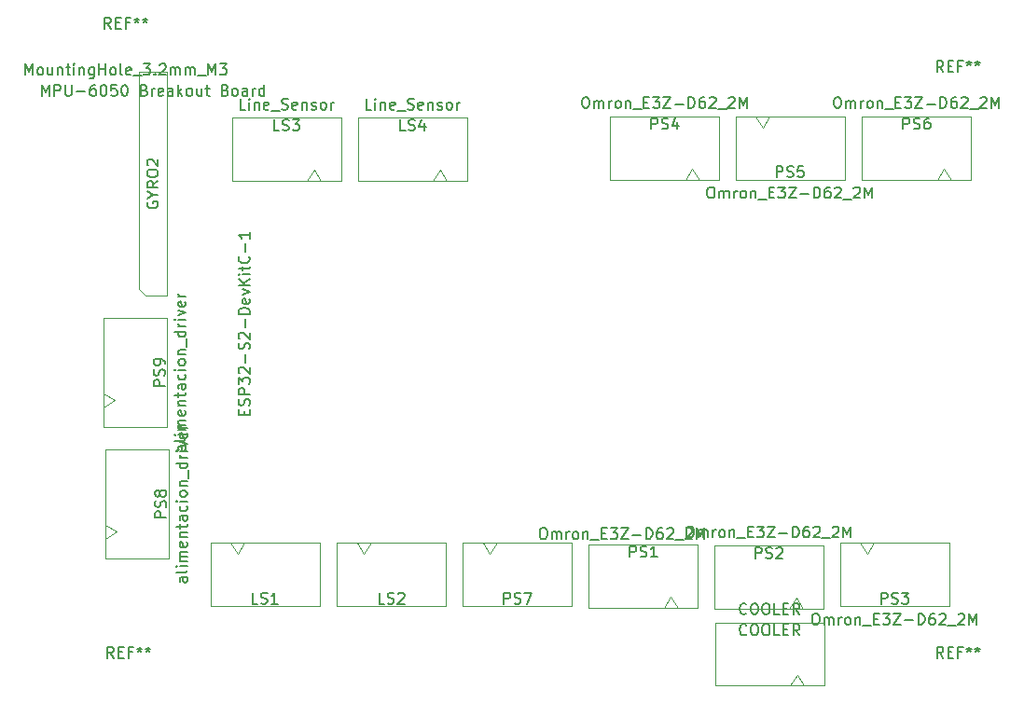
<source format=gbr>
%TF.GenerationSoftware,KiCad,Pcbnew,7.0.1*%
%TF.CreationDate,2023-04-18T16:59:51-04:00*%
%TF.ProjectId,luison-electronics,6c756973-6f6e-42d6-956c-656374726f6e,rev?*%
%TF.SameCoordinates,Original*%
%TF.FileFunction,AssemblyDrawing,Top*%
%FSLAX46Y46*%
G04 Gerber Fmt 4.6, Leading zero omitted, Abs format (unit mm)*
G04 Created by KiCad (PCBNEW 7.0.1) date 2023-04-18 16:59:51*
%MOMM*%
%LPD*%
G01*
G04 APERTURE LIST*
%ADD10C,0.150000*%
%ADD11C,0.100000*%
G04 APERTURE END LIST*
D10*
%TO.C,PS3*%
X177483095Y-112647619D02*
X177673571Y-112647619D01*
X177673571Y-112647619D02*
X177768809Y-112695238D01*
X177768809Y-112695238D02*
X177864047Y-112790476D01*
X177864047Y-112790476D02*
X177911666Y-112980952D01*
X177911666Y-112980952D02*
X177911666Y-113314285D01*
X177911666Y-113314285D02*
X177864047Y-113504761D01*
X177864047Y-113504761D02*
X177768809Y-113600000D01*
X177768809Y-113600000D02*
X177673571Y-113647619D01*
X177673571Y-113647619D02*
X177483095Y-113647619D01*
X177483095Y-113647619D02*
X177387857Y-113600000D01*
X177387857Y-113600000D02*
X177292619Y-113504761D01*
X177292619Y-113504761D02*
X177245000Y-113314285D01*
X177245000Y-113314285D02*
X177245000Y-112980952D01*
X177245000Y-112980952D02*
X177292619Y-112790476D01*
X177292619Y-112790476D02*
X177387857Y-112695238D01*
X177387857Y-112695238D02*
X177483095Y-112647619D01*
X178340238Y-113647619D02*
X178340238Y-112980952D01*
X178340238Y-113076190D02*
X178387857Y-113028571D01*
X178387857Y-113028571D02*
X178483095Y-112980952D01*
X178483095Y-112980952D02*
X178625952Y-112980952D01*
X178625952Y-112980952D02*
X178721190Y-113028571D01*
X178721190Y-113028571D02*
X178768809Y-113123809D01*
X178768809Y-113123809D02*
X178768809Y-113647619D01*
X178768809Y-113123809D02*
X178816428Y-113028571D01*
X178816428Y-113028571D02*
X178911666Y-112980952D01*
X178911666Y-112980952D02*
X179054523Y-112980952D01*
X179054523Y-112980952D02*
X179149762Y-113028571D01*
X179149762Y-113028571D02*
X179197381Y-113123809D01*
X179197381Y-113123809D02*
X179197381Y-113647619D01*
X179673571Y-113647619D02*
X179673571Y-112980952D01*
X179673571Y-113171428D02*
X179721190Y-113076190D01*
X179721190Y-113076190D02*
X179768809Y-113028571D01*
X179768809Y-113028571D02*
X179864047Y-112980952D01*
X179864047Y-112980952D02*
X179959285Y-112980952D01*
X180435476Y-113647619D02*
X180340238Y-113600000D01*
X180340238Y-113600000D02*
X180292619Y-113552380D01*
X180292619Y-113552380D02*
X180245000Y-113457142D01*
X180245000Y-113457142D02*
X180245000Y-113171428D01*
X180245000Y-113171428D02*
X180292619Y-113076190D01*
X180292619Y-113076190D02*
X180340238Y-113028571D01*
X180340238Y-113028571D02*
X180435476Y-112980952D01*
X180435476Y-112980952D02*
X180578333Y-112980952D01*
X180578333Y-112980952D02*
X180673571Y-113028571D01*
X180673571Y-113028571D02*
X180721190Y-113076190D01*
X180721190Y-113076190D02*
X180768809Y-113171428D01*
X180768809Y-113171428D02*
X180768809Y-113457142D01*
X180768809Y-113457142D02*
X180721190Y-113552380D01*
X180721190Y-113552380D02*
X180673571Y-113600000D01*
X180673571Y-113600000D02*
X180578333Y-113647619D01*
X180578333Y-113647619D02*
X180435476Y-113647619D01*
X181197381Y-112980952D02*
X181197381Y-113647619D01*
X181197381Y-113076190D02*
X181245000Y-113028571D01*
X181245000Y-113028571D02*
X181340238Y-112980952D01*
X181340238Y-112980952D02*
X181483095Y-112980952D01*
X181483095Y-112980952D02*
X181578333Y-113028571D01*
X181578333Y-113028571D02*
X181625952Y-113123809D01*
X181625952Y-113123809D02*
X181625952Y-113647619D01*
X181864048Y-113742857D02*
X182625952Y-113742857D01*
X182864048Y-113123809D02*
X183197381Y-113123809D01*
X183340238Y-113647619D02*
X182864048Y-113647619D01*
X182864048Y-113647619D02*
X182864048Y-112647619D01*
X182864048Y-112647619D02*
X183340238Y-112647619D01*
X183673572Y-112647619D02*
X184292619Y-112647619D01*
X184292619Y-112647619D02*
X183959286Y-113028571D01*
X183959286Y-113028571D02*
X184102143Y-113028571D01*
X184102143Y-113028571D02*
X184197381Y-113076190D01*
X184197381Y-113076190D02*
X184245000Y-113123809D01*
X184245000Y-113123809D02*
X184292619Y-113219047D01*
X184292619Y-113219047D02*
X184292619Y-113457142D01*
X184292619Y-113457142D02*
X184245000Y-113552380D01*
X184245000Y-113552380D02*
X184197381Y-113600000D01*
X184197381Y-113600000D02*
X184102143Y-113647619D01*
X184102143Y-113647619D02*
X183816429Y-113647619D01*
X183816429Y-113647619D02*
X183721191Y-113600000D01*
X183721191Y-113600000D02*
X183673572Y-113552380D01*
X184625953Y-112647619D02*
X185292619Y-112647619D01*
X185292619Y-112647619D02*
X184625953Y-113647619D01*
X184625953Y-113647619D02*
X185292619Y-113647619D01*
X185673572Y-113266666D02*
X186435477Y-113266666D01*
X186911667Y-113647619D02*
X186911667Y-112647619D01*
X186911667Y-112647619D02*
X187149762Y-112647619D01*
X187149762Y-112647619D02*
X187292619Y-112695238D01*
X187292619Y-112695238D02*
X187387857Y-112790476D01*
X187387857Y-112790476D02*
X187435476Y-112885714D01*
X187435476Y-112885714D02*
X187483095Y-113076190D01*
X187483095Y-113076190D02*
X187483095Y-113219047D01*
X187483095Y-113219047D02*
X187435476Y-113409523D01*
X187435476Y-113409523D02*
X187387857Y-113504761D01*
X187387857Y-113504761D02*
X187292619Y-113600000D01*
X187292619Y-113600000D02*
X187149762Y-113647619D01*
X187149762Y-113647619D02*
X186911667Y-113647619D01*
X188340238Y-112647619D02*
X188149762Y-112647619D01*
X188149762Y-112647619D02*
X188054524Y-112695238D01*
X188054524Y-112695238D02*
X188006905Y-112742857D01*
X188006905Y-112742857D02*
X187911667Y-112885714D01*
X187911667Y-112885714D02*
X187864048Y-113076190D01*
X187864048Y-113076190D02*
X187864048Y-113457142D01*
X187864048Y-113457142D02*
X187911667Y-113552380D01*
X187911667Y-113552380D02*
X187959286Y-113600000D01*
X187959286Y-113600000D02*
X188054524Y-113647619D01*
X188054524Y-113647619D02*
X188245000Y-113647619D01*
X188245000Y-113647619D02*
X188340238Y-113600000D01*
X188340238Y-113600000D02*
X188387857Y-113552380D01*
X188387857Y-113552380D02*
X188435476Y-113457142D01*
X188435476Y-113457142D02*
X188435476Y-113219047D01*
X188435476Y-113219047D02*
X188387857Y-113123809D01*
X188387857Y-113123809D02*
X188340238Y-113076190D01*
X188340238Y-113076190D02*
X188245000Y-113028571D01*
X188245000Y-113028571D02*
X188054524Y-113028571D01*
X188054524Y-113028571D02*
X187959286Y-113076190D01*
X187959286Y-113076190D02*
X187911667Y-113123809D01*
X187911667Y-113123809D02*
X187864048Y-113219047D01*
X188816429Y-112742857D02*
X188864048Y-112695238D01*
X188864048Y-112695238D02*
X188959286Y-112647619D01*
X188959286Y-112647619D02*
X189197381Y-112647619D01*
X189197381Y-112647619D02*
X189292619Y-112695238D01*
X189292619Y-112695238D02*
X189340238Y-112742857D01*
X189340238Y-112742857D02*
X189387857Y-112838095D01*
X189387857Y-112838095D02*
X189387857Y-112933333D01*
X189387857Y-112933333D02*
X189340238Y-113076190D01*
X189340238Y-113076190D02*
X188768810Y-113647619D01*
X188768810Y-113647619D02*
X189387857Y-113647619D01*
X189578334Y-113742857D02*
X190340238Y-113742857D01*
X190530715Y-112742857D02*
X190578334Y-112695238D01*
X190578334Y-112695238D02*
X190673572Y-112647619D01*
X190673572Y-112647619D02*
X190911667Y-112647619D01*
X190911667Y-112647619D02*
X191006905Y-112695238D01*
X191006905Y-112695238D02*
X191054524Y-112742857D01*
X191054524Y-112742857D02*
X191102143Y-112838095D01*
X191102143Y-112838095D02*
X191102143Y-112933333D01*
X191102143Y-112933333D02*
X191054524Y-113076190D01*
X191054524Y-113076190D02*
X190483096Y-113647619D01*
X190483096Y-113647619D02*
X191102143Y-113647619D01*
X191530715Y-113647619D02*
X191530715Y-112647619D01*
X191530715Y-112647619D02*
X191864048Y-113361904D01*
X191864048Y-113361904D02*
X192197381Y-112647619D01*
X192197381Y-112647619D02*
X192197381Y-113647619D01*
X183530714Y-111747619D02*
X183530714Y-110747619D01*
X183530714Y-110747619D02*
X183911666Y-110747619D01*
X183911666Y-110747619D02*
X184006904Y-110795238D01*
X184006904Y-110795238D02*
X184054523Y-110842857D01*
X184054523Y-110842857D02*
X184102142Y-110938095D01*
X184102142Y-110938095D02*
X184102142Y-111080952D01*
X184102142Y-111080952D02*
X184054523Y-111176190D01*
X184054523Y-111176190D02*
X184006904Y-111223809D01*
X184006904Y-111223809D02*
X183911666Y-111271428D01*
X183911666Y-111271428D02*
X183530714Y-111271428D01*
X184483095Y-111700000D02*
X184625952Y-111747619D01*
X184625952Y-111747619D02*
X184864047Y-111747619D01*
X184864047Y-111747619D02*
X184959285Y-111700000D01*
X184959285Y-111700000D02*
X185006904Y-111652380D01*
X185006904Y-111652380D02*
X185054523Y-111557142D01*
X185054523Y-111557142D02*
X185054523Y-111461904D01*
X185054523Y-111461904D02*
X185006904Y-111366666D01*
X185006904Y-111366666D02*
X184959285Y-111319047D01*
X184959285Y-111319047D02*
X184864047Y-111271428D01*
X184864047Y-111271428D02*
X184673571Y-111223809D01*
X184673571Y-111223809D02*
X184578333Y-111176190D01*
X184578333Y-111176190D02*
X184530714Y-111128571D01*
X184530714Y-111128571D02*
X184483095Y-111033333D01*
X184483095Y-111033333D02*
X184483095Y-110938095D01*
X184483095Y-110938095D02*
X184530714Y-110842857D01*
X184530714Y-110842857D02*
X184578333Y-110795238D01*
X184578333Y-110795238D02*
X184673571Y-110747619D01*
X184673571Y-110747619D02*
X184911666Y-110747619D01*
X184911666Y-110747619D02*
X185054523Y-110795238D01*
X185387857Y-110747619D02*
X186006904Y-110747619D01*
X186006904Y-110747619D02*
X185673571Y-111128571D01*
X185673571Y-111128571D02*
X185816428Y-111128571D01*
X185816428Y-111128571D02*
X185911666Y-111176190D01*
X185911666Y-111176190D02*
X185959285Y-111223809D01*
X185959285Y-111223809D02*
X186006904Y-111319047D01*
X186006904Y-111319047D02*
X186006904Y-111557142D01*
X186006904Y-111557142D02*
X185959285Y-111652380D01*
X185959285Y-111652380D02*
X185911666Y-111700000D01*
X185911666Y-111700000D02*
X185816428Y-111747619D01*
X185816428Y-111747619D02*
X185530714Y-111747619D01*
X185530714Y-111747619D02*
X185435476Y-111700000D01*
X185435476Y-111700000D02*
X185387857Y-111652380D01*
%TO.C,PS9*%
X120378619Y-97407857D02*
X119854809Y-97407857D01*
X119854809Y-97407857D02*
X119759571Y-97455476D01*
X119759571Y-97455476D02*
X119711952Y-97550714D01*
X119711952Y-97550714D02*
X119711952Y-97741190D01*
X119711952Y-97741190D02*
X119759571Y-97836428D01*
X120331000Y-97407857D02*
X120378619Y-97503095D01*
X120378619Y-97503095D02*
X120378619Y-97741190D01*
X120378619Y-97741190D02*
X120331000Y-97836428D01*
X120331000Y-97836428D02*
X120235761Y-97884047D01*
X120235761Y-97884047D02*
X120140523Y-97884047D01*
X120140523Y-97884047D02*
X120045285Y-97836428D01*
X120045285Y-97836428D02*
X119997666Y-97741190D01*
X119997666Y-97741190D02*
X119997666Y-97503095D01*
X119997666Y-97503095D02*
X119950047Y-97407857D01*
X120378619Y-96788809D02*
X120331000Y-96884047D01*
X120331000Y-96884047D02*
X120235761Y-96931666D01*
X120235761Y-96931666D02*
X119378619Y-96931666D01*
X120378619Y-96407856D02*
X119711952Y-96407856D01*
X119378619Y-96407856D02*
X119426238Y-96455475D01*
X119426238Y-96455475D02*
X119473857Y-96407856D01*
X119473857Y-96407856D02*
X119426238Y-96360237D01*
X119426238Y-96360237D02*
X119378619Y-96407856D01*
X119378619Y-96407856D02*
X119473857Y-96407856D01*
X120378619Y-95931666D02*
X119711952Y-95931666D01*
X119807190Y-95931666D02*
X119759571Y-95884047D01*
X119759571Y-95884047D02*
X119711952Y-95788809D01*
X119711952Y-95788809D02*
X119711952Y-95645952D01*
X119711952Y-95645952D02*
X119759571Y-95550714D01*
X119759571Y-95550714D02*
X119854809Y-95503095D01*
X119854809Y-95503095D02*
X120378619Y-95503095D01*
X119854809Y-95503095D02*
X119759571Y-95455476D01*
X119759571Y-95455476D02*
X119711952Y-95360238D01*
X119711952Y-95360238D02*
X119711952Y-95217381D01*
X119711952Y-95217381D02*
X119759571Y-95122142D01*
X119759571Y-95122142D02*
X119854809Y-95074523D01*
X119854809Y-95074523D02*
X120378619Y-95074523D01*
X120331000Y-94217381D02*
X120378619Y-94312619D01*
X120378619Y-94312619D02*
X120378619Y-94503095D01*
X120378619Y-94503095D02*
X120331000Y-94598333D01*
X120331000Y-94598333D02*
X120235761Y-94645952D01*
X120235761Y-94645952D02*
X119854809Y-94645952D01*
X119854809Y-94645952D02*
X119759571Y-94598333D01*
X119759571Y-94598333D02*
X119711952Y-94503095D01*
X119711952Y-94503095D02*
X119711952Y-94312619D01*
X119711952Y-94312619D02*
X119759571Y-94217381D01*
X119759571Y-94217381D02*
X119854809Y-94169762D01*
X119854809Y-94169762D02*
X119950047Y-94169762D01*
X119950047Y-94169762D02*
X120045285Y-94645952D01*
X119711952Y-93741190D02*
X120378619Y-93741190D01*
X119807190Y-93741190D02*
X119759571Y-93693571D01*
X119759571Y-93693571D02*
X119711952Y-93598333D01*
X119711952Y-93598333D02*
X119711952Y-93455476D01*
X119711952Y-93455476D02*
X119759571Y-93360238D01*
X119759571Y-93360238D02*
X119854809Y-93312619D01*
X119854809Y-93312619D02*
X120378619Y-93312619D01*
X119711952Y-92979285D02*
X119711952Y-92598333D01*
X119378619Y-92836428D02*
X120235761Y-92836428D01*
X120235761Y-92836428D02*
X120331000Y-92788809D01*
X120331000Y-92788809D02*
X120378619Y-92693571D01*
X120378619Y-92693571D02*
X120378619Y-92598333D01*
X120378619Y-91836428D02*
X119854809Y-91836428D01*
X119854809Y-91836428D02*
X119759571Y-91884047D01*
X119759571Y-91884047D02*
X119711952Y-91979285D01*
X119711952Y-91979285D02*
X119711952Y-92169761D01*
X119711952Y-92169761D02*
X119759571Y-92264999D01*
X120331000Y-91836428D02*
X120378619Y-91931666D01*
X120378619Y-91931666D02*
X120378619Y-92169761D01*
X120378619Y-92169761D02*
X120331000Y-92264999D01*
X120331000Y-92264999D02*
X120235761Y-92312618D01*
X120235761Y-92312618D02*
X120140523Y-92312618D01*
X120140523Y-92312618D02*
X120045285Y-92264999D01*
X120045285Y-92264999D02*
X119997666Y-92169761D01*
X119997666Y-92169761D02*
X119997666Y-91931666D01*
X119997666Y-91931666D02*
X119950047Y-91836428D01*
X120331000Y-90931666D02*
X120378619Y-91026904D01*
X120378619Y-91026904D02*
X120378619Y-91217380D01*
X120378619Y-91217380D02*
X120331000Y-91312618D01*
X120331000Y-91312618D02*
X120283380Y-91360237D01*
X120283380Y-91360237D02*
X120188142Y-91407856D01*
X120188142Y-91407856D02*
X119902428Y-91407856D01*
X119902428Y-91407856D02*
X119807190Y-91360237D01*
X119807190Y-91360237D02*
X119759571Y-91312618D01*
X119759571Y-91312618D02*
X119711952Y-91217380D01*
X119711952Y-91217380D02*
X119711952Y-91026904D01*
X119711952Y-91026904D02*
X119759571Y-90931666D01*
X120378619Y-90503094D02*
X119711952Y-90503094D01*
X119378619Y-90503094D02*
X119426238Y-90550713D01*
X119426238Y-90550713D02*
X119473857Y-90503094D01*
X119473857Y-90503094D02*
X119426238Y-90455475D01*
X119426238Y-90455475D02*
X119378619Y-90503094D01*
X119378619Y-90503094D02*
X119473857Y-90503094D01*
X120378619Y-89884047D02*
X120331000Y-89979285D01*
X120331000Y-89979285D02*
X120283380Y-90026904D01*
X120283380Y-90026904D02*
X120188142Y-90074523D01*
X120188142Y-90074523D02*
X119902428Y-90074523D01*
X119902428Y-90074523D02*
X119807190Y-90026904D01*
X119807190Y-90026904D02*
X119759571Y-89979285D01*
X119759571Y-89979285D02*
X119711952Y-89884047D01*
X119711952Y-89884047D02*
X119711952Y-89741190D01*
X119711952Y-89741190D02*
X119759571Y-89645952D01*
X119759571Y-89645952D02*
X119807190Y-89598333D01*
X119807190Y-89598333D02*
X119902428Y-89550714D01*
X119902428Y-89550714D02*
X120188142Y-89550714D01*
X120188142Y-89550714D02*
X120283380Y-89598333D01*
X120283380Y-89598333D02*
X120331000Y-89645952D01*
X120331000Y-89645952D02*
X120378619Y-89741190D01*
X120378619Y-89741190D02*
X120378619Y-89884047D01*
X119711952Y-89122142D02*
X120378619Y-89122142D01*
X119807190Y-89122142D02*
X119759571Y-89074523D01*
X119759571Y-89074523D02*
X119711952Y-88979285D01*
X119711952Y-88979285D02*
X119711952Y-88836428D01*
X119711952Y-88836428D02*
X119759571Y-88741190D01*
X119759571Y-88741190D02*
X119854809Y-88693571D01*
X119854809Y-88693571D02*
X120378619Y-88693571D01*
X120473857Y-88455476D02*
X120473857Y-87693571D01*
X120378619Y-87026904D02*
X119378619Y-87026904D01*
X120331000Y-87026904D02*
X120378619Y-87122142D01*
X120378619Y-87122142D02*
X120378619Y-87312618D01*
X120378619Y-87312618D02*
X120331000Y-87407856D01*
X120331000Y-87407856D02*
X120283380Y-87455475D01*
X120283380Y-87455475D02*
X120188142Y-87503094D01*
X120188142Y-87503094D02*
X119902428Y-87503094D01*
X119902428Y-87503094D02*
X119807190Y-87455475D01*
X119807190Y-87455475D02*
X119759571Y-87407856D01*
X119759571Y-87407856D02*
X119711952Y-87312618D01*
X119711952Y-87312618D02*
X119711952Y-87122142D01*
X119711952Y-87122142D02*
X119759571Y-87026904D01*
X120378619Y-86550713D02*
X119711952Y-86550713D01*
X119902428Y-86550713D02*
X119807190Y-86503094D01*
X119807190Y-86503094D02*
X119759571Y-86455475D01*
X119759571Y-86455475D02*
X119711952Y-86360237D01*
X119711952Y-86360237D02*
X119711952Y-86264999D01*
X120378619Y-85931665D02*
X119711952Y-85931665D01*
X119378619Y-85931665D02*
X119426238Y-85979284D01*
X119426238Y-85979284D02*
X119473857Y-85931665D01*
X119473857Y-85931665D02*
X119426238Y-85884046D01*
X119426238Y-85884046D02*
X119378619Y-85931665D01*
X119378619Y-85931665D02*
X119473857Y-85931665D01*
X119711952Y-85550713D02*
X120378619Y-85312618D01*
X120378619Y-85312618D02*
X119711952Y-85074523D01*
X120331000Y-84312618D02*
X120378619Y-84407856D01*
X120378619Y-84407856D02*
X120378619Y-84598332D01*
X120378619Y-84598332D02*
X120331000Y-84693570D01*
X120331000Y-84693570D02*
X120235761Y-84741189D01*
X120235761Y-84741189D02*
X119854809Y-84741189D01*
X119854809Y-84741189D02*
X119759571Y-84693570D01*
X119759571Y-84693570D02*
X119711952Y-84598332D01*
X119711952Y-84598332D02*
X119711952Y-84407856D01*
X119711952Y-84407856D02*
X119759571Y-84312618D01*
X119759571Y-84312618D02*
X119854809Y-84264999D01*
X119854809Y-84264999D02*
X119950047Y-84264999D01*
X119950047Y-84264999D02*
X120045285Y-84741189D01*
X120378619Y-83836427D02*
X119711952Y-83836427D01*
X119902428Y-83836427D02*
X119807190Y-83788808D01*
X119807190Y-83788808D02*
X119759571Y-83741189D01*
X119759571Y-83741189D02*
X119711952Y-83645951D01*
X119711952Y-83645951D02*
X119711952Y-83550713D01*
X118478619Y-91979285D02*
X117478619Y-91979285D01*
X117478619Y-91979285D02*
X117478619Y-91598333D01*
X117478619Y-91598333D02*
X117526238Y-91503095D01*
X117526238Y-91503095D02*
X117573857Y-91455476D01*
X117573857Y-91455476D02*
X117669095Y-91407857D01*
X117669095Y-91407857D02*
X117811952Y-91407857D01*
X117811952Y-91407857D02*
X117907190Y-91455476D01*
X117907190Y-91455476D02*
X117954809Y-91503095D01*
X117954809Y-91503095D02*
X118002428Y-91598333D01*
X118002428Y-91598333D02*
X118002428Y-91979285D01*
X118431000Y-91026904D02*
X118478619Y-90884047D01*
X118478619Y-90884047D02*
X118478619Y-90645952D01*
X118478619Y-90645952D02*
X118431000Y-90550714D01*
X118431000Y-90550714D02*
X118383380Y-90503095D01*
X118383380Y-90503095D02*
X118288142Y-90455476D01*
X118288142Y-90455476D02*
X118192904Y-90455476D01*
X118192904Y-90455476D02*
X118097666Y-90503095D01*
X118097666Y-90503095D02*
X118050047Y-90550714D01*
X118050047Y-90550714D02*
X118002428Y-90645952D01*
X118002428Y-90645952D02*
X117954809Y-90836428D01*
X117954809Y-90836428D02*
X117907190Y-90931666D01*
X117907190Y-90931666D02*
X117859571Y-90979285D01*
X117859571Y-90979285D02*
X117764333Y-91026904D01*
X117764333Y-91026904D02*
X117669095Y-91026904D01*
X117669095Y-91026904D02*
X117573857Y-90979285D01*
X117573857Y-90979285D02*
X117526238Y-90931666D01*
X117526238Y-90931666D02*
X117478619Y-90836428D01*
X117478619Y-90836428D02*
X117478619Y-90598333D01*
X117478619Y-90598333D02*
X117526238Y-90455476D01*
X118478619Y-89979285D02*
X118478619Y-89788809D01*
X118478619Y-89788809D02*
X118431000Y-89693571D01*
X118431000Y-89693571D02*
X118383380Y-89645952D01*
X118383380Y-89645952D02*
X118240523Y-89550714D01*
X118240523Y-89550714D02*
X118050047Y-89503095D01*
X118050047Y-89503095D02*
X117669095Y-89503095D01*
X117669095Y-89503095D02*
X117573857Y-89550714D01*
X117573857Y-89550714D02*
X117526238Y-89598333D01*
X117526238Y-89598333D02*
X117478619Y-89693571D01*
X117478619Y-89693571D02*
X117478619Y-89884047D01*
X117478619Y-89884047D02*
X117526238Y-89979285D01*
X117526238Y-89979285D02*
X117573857Y-90026904D01*
X117573857Y-90026904D02*
X117669095Y-90074523D01*
X117669095Y-90074523D02*
X117907190Y-90074523D01*
X117907190Y-90074523D02*
X118002428Y-90026904D01*
X118002428Y-90026904D02*
X118050047Y-89979285D01*
X118050047Y-89979285D02*
X118097666Y-89884047D01*
X118097666Y-89884047D02*
X118097666Y-89693571D01*
X118097666Y-89693571D02*
X118050047Y-89598333D01*
X118050047Y-89598333D02*
X118002428Y-89550714D01*
X118002428Y-89550714D02*
X117907190Y-89503095D01*
%TO.C,GYRO2*%
X107310836Y-65622619D02*
X107310836Y-64622619D01*
X107310836Y-64622619D02*
X107644169Y-65336904D01*
X107644169Y-65336904D02*
X107977502Y-64622619D01*
X107977502Y-64622619D02*
X107977502Y-65622619D01*
X108453693Y-65622619D02*
X108453693Y-64622619D01*
X108453693Y-64622619D02*
X108834645Y-64622619D01*
X108834645Y-64622619D02*
X108929883Y-64670238D01*
X108929883Y-64670238D02*
X108977502Y-64717857D01*
X108977502Y-64717857D02*
X109025121Y-64813095D01*
X109025121Y-64813095D02*
X109025121Y-64955952D01*
X109025121Y-64955952D02*
X108977502Y-65051190D01*
X108977502Y-65051190D02*
X108929883Y-65098809D01*
X108929883Y-65098809D02*
X108834645Y-65146428D01*
X108834645Y-65146428D02*
X108453693Y-65146428D01*
X109453693Y-64622619D02*
X109453693Y-65432142D01*
X109453693Y-65432142D02*
X109501312Y-65527380D01*
X109501312Y-65527380D02*
X109548931Y-65575000D01*
X109548931Y-65575000D02*
X109644169Y-65622619D01*
X109644169Y-65622619D02*
X109834645Y-65622619D01*
X109834645Y-65622619D02*
X109929883Y-65575000D01*
X109929883Y-65575000D02*
X109977502Y-65527380D01*
X109977502Y-65527380D02*
X110025121Y-65432142D01*
X110025121Y-65432142D02*
X110025121Y-64622619D01*
X110501312Y-65241666D02*
X111263217Y-65241666D01*
X112167978Y-64622619D02*
X111977502Y-64622619D01*
X111977502Y-64622619D02*
X111882264Y-64670238D01*
X111882264Y-64670238D02*
X111834645Y-64717857D01*
X111834645Y-64717857D02*
X111739407Y-64860714D01*
X111739407Y-64860714D02*
X111691788Y-65051190D01*
X111691788Y-65051190D02*
X111691788Y-65432142D01*
X111691788Y-65432142D02*
X111739407Y-65527380D01*
X111739407Y-65527380D02*
X111787026Y-65575000D01*
X111787026Y-65575000D02*
X111882264Y-65622619D01*
X111882264Y-65622619D02*
X112072740Y-65622619D01*
X112072740Y-65622619D02*
X112167978Y-65575000D01*
X112167978Y-65575000D02*
X112215597Y-65527380D01*
X112215597Y-65527380D02*
X112263216Y-65432142D01*
X112263216Y-65432142D02*
X112263216Y-65194047D01*
X112263216Y-65194047D02*
X112215597Y-65098809D01*
X112215597Y-65098809D02*
X112167978Y-65051190D01*
X112167978Y-65051190D02*
X112072740Y-65003571D01*
X112072740Y-65003571D02*
X111882264Y-65003571D01*
X111882264Y-65003571D02*
X111787026Y-65051190D01*
X111787026Y-65051190D02*
X111739407Y-65098809D01*
X111739407Y-65098809D02*
X111691788Y-65194047D01*
X112882264Y-64622619D02*
X112977502Y-64622619D01*
X112977502Y-64622619D02*
X113072740Y-64670238D01*
X113072740Y-64670238D02*
X113120359Y-64717857D01*
X113120359Y-64717857D02*
X113167978Y-64813095D01*
X113167978Y-64813095D02*
X113215597Y-65003571D01*
X113215597Y-65003571D02*
X113215597Y-65241666D01*
X113215597Y-65241666D02*
X113167978Y-65432142D01*
X113167978Y-65432142D02*
X113120359Y-65527380D01*
X113120359Y-65527380D02*
X113072740Y-65575000D01*
X113072740Y-65575000D02*
X112977502Y-65622619D01*
X112977502Y-65622619D02*
X112882264Y-65622619D01*
X112882264Y-65622619D02*
X112787026Y-65575000D01*
X112787026Y-65575000D02*
X112739407Y-65527380D01*
X112739407Y-65527380D02*
X112691788Y-65432142D01*
X112691788Y-65432142D02*
X112644169Y-65241666D01*
X112644169Y-65241666D02*
X112644169Y-65003571D01*
X112644169Y-65003571D02*
X112691788Y-64813095D01*
X112691788Y-64813095D02*
X112739407Y-64717857D01*
X112739407Y-64717857D02*
X112787026Y-64670238D01*
X112787026Y-64670238D02*
X112882264Y-64622619D01*
X114120359Y-64622619D02*
X113644169Y-64622619D01*
X113644169Y-64622619D02*
X113596550Y-65098809D01*
X113596550Y-65098809D02*
X113644169Y-65051190D01*
X113644169Y-65051190D02*
X113739407Y-65003571D01*
X113739407Y-65003571D02*
X113977502Y-65003571D01*
X113977502Y-65003571D02*
X114072740Y-65051190D01*
X114072740Y-65051190D02*
X114120359Y-65098809D01*
X114120359Y-65098809D02*
X114167978Y-65194047D01*
X114167978Y-65194047D02*
X114167978Y-65432142D01*
X114167978Y-65432142D02*
X114120359Y-65527380D01*
X114120359Y-65527380D02*
X114072740Y-65575000D01*
X114072740Y-65575000D02*
X113977502Y-65622619D01*
X113977502Y-65622619D02*
X113739407Y-65622619D01*
X113739407Y-65622619D02*
X113644169Y-65575000D01*
X113644169Y-65575000D02*
X113596550Y-65527380D01*
X114787026Y-64622619D02*
X114882264Y-64622619D01*
X114882264Y-64622619D02*
X114977502Y-64670238D01*
X114977502Y-64670238D02*
X115025121Y-64717857D01*
X115025121Y-64717857D02*
X115072740Y-64813095D01*
X115072740Y-64813095D02*
X115120359Y-65003571D01*
X115120359Y-65003571D02*
X115120359Y-65241666D01*
X115120359Y-65241666D02*
X115072740Y-65432142D01*
X115072740Y-65432142D02*
X115025121Y-65527380D01*
X115025121Y-65527380D02*
X114977502Y-65575000D01*
X114977502Y-65575000D02*
X114882264Y-65622619D01*
X114882264Y-65622619D02*
X114787026Y-65622619D01*
X114787026Y-65622619D02*
X114691788Y-65575000D01*
X114691788Y-65575000D02*
X114644169Y-65527380D01*
X114644169Y-65527380D02*
X114596550Y-65432142D01*
X114596550Y-65432142D02*
X114548931Y-65241666D01*
X114548931Y-65241666D02*
X114548931Y-65003571D01*
X114548931Y-65003571D02*
X114596550Y-64813095D01*
X114596550Y-64813095D02*
X114644169Y-64717857D01*
X114644169Y-64717857D02*
X114691788Y-64670238D01*
X114691788Y-64670238D02*
X114787026Y-64622619D01*
X116644169Y-65098809D02*
X116787026Y-65146428D01*
X116787026Y-65146428D02*
X116834645Y-65194047D01*
X116834645Y-65194047D02*
X116882264Y-65289285D01*
X116882264Y-65289285D02*
X116882264Y-65432142D01*
X116882264Y-65432142D02*
X116834645Y-65527380D01*
X116834645Y-65527380D02*
X116787026Y-65575000D01*
X116787026Y-65575000D02*
X116691788Y-65622619D01*
X116691788Y-65622619D02*
X116310836Y-65622619D01*
X116310836Y-65622619D02*
X116310836Y-64622619D01*
X116310836Y-64622619D02*
X116644169Y-64622619D01*
X116644169Y-64622619D02*
X116739407Y-64670238D01*
X116739407Y-64670238D02*
X116787026Y-64717857D01*
X116787026Y-64717857D02*
X116834645Y-64813095D01*
X116834645Y-64813095D02*
X116834645Y-64908333D01*
X116834645Y-64908333D02*
X116787026Y-65003571D01*
X116787026Y-65003571D02*
X116739407Y-65051190D01*
X116739407Y-65051190D02*
X116644169Y-65098809D01*
X116644169Y-65098809D02*
X116310836Y-65098809D01*
X117310836Y-65622619D02*
X117310836Y-64955952D01*
X117310836Y-65146428D02*
X117358455Y-65051190D01*
X117358455Y-65051190D02*
X117406074Y-65003571D01*
X117406074Y-65003571D02*
X117501312Y-64955952D01*
X117501312Y-64955952D02*
X117596550Y-64955952D01*
X118310836Y-65575000D02*
X118215598Y-65622619D01*
X118215598Y-65622619D02*
X118025122Y-65622619D01*
X118025122Y-65622619D02*
X117929884Y-65575000D01*
X117929884Y-65575000D02*
X117882265Y-65479761D01*
X117882265Y-65479761D02*
X117882265Y-65098809D01*
X117882265Y-65098809D02*
X117929884Y-65003571D01*
X117929884Y-65003571D02*
X118025122Y-64955952D01*
X118025122Y-64955952D02*
X118215598Y-64955952D01*
X118215598Y-64955952D02*
X118310836Y-65003571D01*
X118310836Y-65003571D02*
X118358455Y-65098809D01*
X118358455Y-65098809D02*
X118358455Y-65194047D01*
X118358455Y-65194047D02*
X117882265Y-65289285D01*
X119215598Y-65622619D02*
X119215598Y-65098809D01*
X119215598Y-65098809D02*
X119167979Y-65003571D01*
X119167979Y-65003571D02*
X119072741Y-64955952D01*
X119072741Y-64955952D02*
X118882265Y-64955952D01*
X118882265Y-64955952D02*
X118787027Y-65003571D01*
X119215598Y-65575000D02*
X119120360Y-65622619D01*
X119120360Y-65622619D02*
X118882265Y-65622619D01*
X118882265Y-65622619D02*
X118787027Y-65575000D01*
X118787027Y-65575000D02*
X118739408Y-65479761D01*
X118739408Y-65479761D02*
X118739408Y-65384523D01*
X118739408Y-65384523D02*
X118787027Y-65289285D01*
X118787027Y-65289285D02*
X118882265Y-65241666D01*
X118882265Y-65241666D02*
X119120360Y-65241666D01*
X119120360Y-65241666D02*
X119215598Y-65194047D01*
X119691789Y-65622619D02*
X119691789Y-64622619D01*
X119787027Y-65241666D02*
X120072741Y-65622619D01*
X120072741Y-64955952D02*
X119691789Y-65336904D01*
X120644170Y-65622619D02*
X120548932Y-65575000D01*
X120548932Y-65575000D02*
X120501313Y-65527380D01*
X120501313Y-65527380D02*
X120453694Y-65432142D01*
X120453694Y-65432142D02*
X120453694Y-65146428D01*
X120453694Y-65146428D02*
X120501313Y-65051190D01*
X120501313Y-65051190D02*
X120548932Y-65003571D01*
X120548932Y-65003571D02*
X120644170Y-64955952D01*
X120644170Y-64955952D02*
X120787027Y-64955952D01*
X120787027Y-64955952D02*
X120882265Y-65003571D01*
X120882265Y-65003571D02*
X120929884Y-65051190D01*
X120929884Y-65051190D02*
X120977503Y-65146428D01*
X120977503Y-65146428D02*
X120977503Y-65432142D01*
X120977503Y-65432142D02*
X120929884Y-65527380D01*
X120929884Y-65527380D02*
X120882265Y-65575000D01*
X120882265Y-65575000D02*
X120787027Y-65622619D01*
X120787027Y-65622619D02*
X120644170Y-65622619D01*
X121834646Y-64955952D02*
X121834646Y-65622619D01*
X121406075Y-64955952D02*
X121406075Y-65479761D01*
X121406075Y-65479761D02*
X121453694Y-65575000D01*
X121453694Y-65575000D02*
X121548932Y-65622619D01*
X121548932Y-65622619D02*
X121691789Y-65622619D01*
X121691789Y-65622619D02*
X121787027Y-65575000D01*
X121787027Y-65575000D02*
X121834646Y-65527380D01*
X122167980Y-64955952D02*
X122548932Y-64955952D01*
X122310837Y-64622619D02*
X122310837Y-65479761D01*
X122310837Y-65479761D02*
X122358456Y-65575000D01*
X122358456Y-65575000D02*
X122453694Y-65622619D01*
X122453694Y-65622619D02*
X122548932Y-65622619D01*
X123977504Y-65098809D02*
X124120361Y-65146428D01*
X124120361Y-65146428D02*
X124167980Y-65194047D01*
X124167980Y-65194047D02*
X124215599Y-65289285D01*
X124215599Y-65289285D02*
X124215599Y-65432142D01*
X124215599Y-65432142D02*
X124167980Y-65527380D01*
X124167980Y-65527380D02*
X124120361Y-65575000D01*
X124120361Y-65575000D02*
X124025123Y-65622619D01*
X124025123Y-65622619D02*
X123644171Y-65622619D01*
X123644171Y-65622619D02*
X123644171Y-64622619D01*
X123644171Y-64622619D02*
X123977504Y-64622619D01*
X123977504Y-64622619D02*
X124072742Y-64670238D01*
X124072742Y-64670238D02*
X124120361Y-64717857D01*
X124120361Y-64717857D02*
X124167980Y-64813095D01*
X124167980Y-64813095D02*
X124167980Y-64908333D01*
X124167980Y-64908333D02*
X124120361Y-65003571D01*
X124120361Y-65003571D02*
X124072742Y-65051190D01*
X124072742Y-65051190D02*
X123977504Y-65098809D01*
X123977504Y-65098809D02*
X123644171Y-65098809D01*
X124787028Y-65622619D02*
X124691790Y-65575000D01*
X124691790Y-65575000D02*
X124644171Y-65527380D01*
X124644171Y-65527380D02*
X124596552Y-65432142D01*
X124596552Y-65432142D02*
X124596552Y-65146428D01*
X124596552Y-65146428D02*
X124644171Y-65051190D01*
X124644171Y-65051190D02*
X124691790Y-65003571D01*
X124691790Y-65003571D02*
X124787028Y-64955952D01*
X124787028Y-64955952D02*
X124929885Y-64955952D01*
X124929885Y-64955952D02*
X125025123Y-65003571D01*
X125025123Y-65003571D02*
X125072742Y-65051190D01*
X125072742Y-65051190D02*
X125120361Y-65146428D01*
X125120361Y-65146428D02*
X125120361Y-65432142D01*
X125120361Y-65432142D02*
X125072742Y-65527380D01*
X125072742Y-65527380D02*
X125025123Y-65575000D01*
X125025123Y-65575000D02*
X124929885Y-65622619D01*
X124929885Y-65622619D02*
X124787028Y-65622619D01*
X125977504Y-65622619D02*
X125977504Y-65098809D01*
X125977504Y-65098809D02*
X125929885Y-65003571D01*
X125929885Y-65003571D02*
X125834647Y-64955952D01*
X125834647Y-64955952D02*
X125644171Y-64955952D01*
X125644171Y-64955952D02*
X125548933Y-65003571D01*
X125977504Y-65575000D02*
X125882266Y-65622619D01*
X125882266Y-65622619D02*
X125644171Y-65622619D01*
X125644171Y-65622619D02*
X125548933Y-65575000D01*
X125548933Y-65575000D02*
X125501314Y-65479761D01*
X125501314Y-65479761D02*
X125501314Y-65384523D01*
X125501314Y-65384523D02*
X125548933Y-65289285D01*
X125548933Y-65289285D02*
X125644171Y-65241666D01*
X125644171Y-65241666D02*
X125882266Y-65241666D01*
X125882266Y-65241666D02*
X125977504Y-65194047D01*
X126453695Y-65622619D02*
X126453695Y-64955952D01*
X126453695Y-65146428D02*
X126501314Y-65051190D01*
X126501314Y-65051190D02*
X126548933Y-65003571D01*
X126548933Y-65003571D02*
X126644171Y-64955952D01*
X126644171Y-64955952D02*
X126739409Y-64955952D01*
X127501314Y-65622619D02*
X127501314Y-64622619D01*
X127501314Y-65575000D02*
X127406076Y-65622619D01*
X127406076Y-65622619D02*
X127215600Y-65622619D01*
X127215600Y-65622619D02*
X127120362Y-65575000D01*
X127120362Y-65575000D02*
X127072743Y-65527380D01*
X127072743Y-65527380D02*
X127025124Y-65432142D01*
X127025124Y-65432142D02*
X127025124Y-65146428D01*
X127025124Y-65146428D02*
X127072743Y-65051190D01*
X127072743Y-65051190D02*
X127120362Y-65003571D01*
X127120362Y-65003571D02*
X127215600Y-64955952D01*
X127215600Y-64955952D02*
X127406076Y-64955952D01*
X127406076Y-64955952D02*
X127501314Y-65003571D01*
X116916313Y-75271666D02*
X116868694Y-75366904D01*
X116868694Y-75366904D02*
X116868694Y-75509761D01*
X116868694Y-75509761D02*
X116916313Y-75652618D01*
X116916313Y-75652618D02*
X117011551Y-75747856D01*
X117011551Y-75747856D02*
X117106789Y-75795475D01*
X117106789Y-75795475D02*
X117297265Y-75843094D01*
X117297265Y-75843094D02*
X117440122Y-75843094D01*
X117440122Y-75843094D02*
X117630598Y-75795475D01*
X117630598Y-75795475D02*
X117725836Y-75747856D01*
X117725836Y-75747856D02*
X117821075Y-75652618D01*
X117821075Y-75652618D02*
X117868694Y-75509761D01*
X117868694Y-75509761D02*
X117868694Y-75414523D01*
X117868694Y-75414523D02*
X117821075Y-75271666D01*
X117821075Y-75271666D02*
X117773455Y-75224047D01*
X117773455Y-75224047D02*
X117440122Y-75224047D01*
X117440122Y-75224047D02*
X117440122Y-75414523D01*
X117392503Y-74604999D02*
X117868694Y-74604999D01*
X116868694Y-74938332D02*
X117392503Y-74604999D01*
X117392503Y-74604999D02*
X116868694Y-74271666D01*
X117868694Y-73366904D02*
X117392503Y-73700237D01*
X117868694Y-73938332D02*
X116868694Y-73938332D01*
X116868694Y-73938332D02*
X116868694Y-73557380D01*
X116868694Y-73557380D02*
X116916313Y-73462142D01*
X116916313Y-73462142D02*
X116963932Y-73414523D01*
X116963932Y-73414523D02*
X117059170Y-73366904D01*
X117059170Y-73366904D02*
X117202027Y-73366904D01*
X117202027Y-73366904D02*
X117297265Y-73414523D01*
X117297265Y-73414523D02*
X117344884Y-73462142D01*
X117344884Y-73462142D02*
X117392503Y-73557380D01*
X117392503Y-73557380D02*
X117392503Y-73938332D01*
X116868694Y-72747856D02*
X116868694Y-72557380D01*
X116868694Y-72557380D02*
X116916313Y-72462142D01*
X116916313Y-72462142D02*
X117011551Y-72366904D01*
X117011551Y-72366904D02*
X117202027Y-72319285D01*
X117202027Y-72319285D02*
X117535360Y-72319285D01*
X117535360Y-72319285D02*
X117725836Y-72366904D01*
X117725836Y-72366904D02*
X117821075Y-72462142D01*
X117821075Y-72462142D02*
X117868694Y-72557380D01*
X117868694Y-72557380D02*
X117868694Y-72747856D01*
X117868694Y-72747856D02*
X117821075Y-72843094D01*
X117821075Y-72843094D02*
X117725836Y-72938332D01*
X117725836Y-72938332D02*
X117535360Y-72985951D01*
X117535360Y-72985951D02*
X117202027Y-72985951D01*
X117202027Y-72985951D02*
X117011551Y-72938332D01*
X117011551Y-72938332D02*
X116916313Y-72843094D01*
X116916313Y-72843094D02*
X116868694Y-72747856D01*
X116963932Y-71938332D02*
X116916313Y-71890713D01*
X116916313Y-71890713D02*
X116868694Y-71795475D01*
X116868694Y-71795475D02*
X116868694Y-71557380D01*
X116868694Y-71557380D02*
X116916313Y-71462142D01*
X116916313Y-71462142D02*
X116963932Y-71414523D01*
X116963932Y-71414523D02*
X117059170Y-71366904D01*
X117059170Y-71366904D02*
X117154408Y-71366904D01*
X117154408Y-71366904D02*
X117297265Y-71414523D01*
X117297265Y-71414523D02*
X117868694Y-71985951D01*
X117868694Y-71985951D02*
X117868694Y-71366904D01*
%TO.C,LS4*%
X137255713Y-66872619D02*
X136779523Y-66872619D01*
X136779523Y-66872619D02*
X136779523Y-65872619D01*
X137589047Y-66872619D02*
X137589047Y-66205952D01*
X137589047Y-65872619D02*
X137541428Y-65920238D01*
X137541428Y-65920238D02*
X137589047Y-65967857D01*
X137589047Y-65967857D02*
X137636666Y-65920238D01*
X137636666Y-65920238D02*
X137589047Y-65872619D01*
X137589047Y-65872619D02*
X137589047Y-65967857D01*
X138065237Y-66205952D02*
X138065237Y-66872619D01*
X138065237Y-66301190D02*
X138112856Y-66253571D01*
X138112856Y-66253571D02*
X138208094Y-66205952D01*
X138208094Y-66205952D02*
X138350951Y-66205952D01*
X138350951Y-66205952D02*
X138446189Y-66253571D01*
X138446189Y-66253571D02*
X138493808Y-66348809D01*
X138493808Y-66348809D02*
X138493808Y-66872619D01*
X139350951Y-66825000D02*
X139255713Y-66872619D01*
X139255713Y-66872619D02*
X139065237Y-66872619D01*
X139065237Y-66872619D02*
X138969999Y-66825000D01*
X138969999Y-66825000D02*
X138922380Y-66729761D01*
X138922380Y-66729761D02*
X138922380Y-66348809D01*
X138922380Y-66348809D02*
X138969999Y-66253571D01*
X138969999Y-66253571D02*
X139065237Y-66205952D01*
X139065237Y-66205952D02*
X139255713Y-66205952D01*
X139255713Y-66205952D02*
X139350951Y-66253571D01*
X139350951Y-66253571D02*
X139398570Y-66348809D01*
X139398570Y-66348809D02*
X139398570Y-66444047D01*
X139398570Y-66444047D02*
X138922380Y-66539285D01*
X139589047Y-66967857D02*
X140350951Y-66967857D01*
X140541428Y-66825000D02*
X140684285Y-66872619D01*
X140684285Y-66872619D02*
X140922380Y-66872619D01*
X140922380Y-66872619D02*
X141017618Y-66825000D01*
X141017618Y-66825000D02*
X141065237Y-66777380D01*
X141065237Y-66777380D02*
X141112856Y-66682142D01*
X141112856Y-66682142D02*
X141112856Y-66586904D01*
X141112856Y-66586904D02*
X141065237Y-66491666D01*
X141065237Y-66491666D02*
X141017618Y-66444047D01*
X141017618Y-66444047D02*
X140922380Y-66396428D01*
X140922380Y-66396428D02*
X140731904Y-66348809D01*
X140731904Y-66348809D02*
X140636666Y-66301190D01*
X140636666Y-66301190D02*
X140589047Y-66253571D01*
X140589047Y-66253571D02*
X140541428Y-66158333D01*
X140541428Y-66158333D02*
X140541428Y-66063095D01*
X140541428Y-66063095D02*
X140589047Y-65967857D01*
X140589047Y-65967857D02*
X140636666Y-65920238D01*
X140636666Y-65920238D02*
X140731904Y-65872619D01*
X140731904Y-65872619D02*
X140969999Y-65872619D01*
X140969999Y-65872619D02*
X141112856Y-65920238D01*
X141922380Y-66825000D02*
X141827142Y-66872619D01*
X141827142Y-66872619D02*
X141636666Y-66872619D01*
X141636666Y-66872619D02*
X141541428Y-66825000D01*
X141541428Y-66825000D02*
X141493809Y-66729761D01*
X141493809Y-66729761D02*
X141493809Y-66348809D01*
X141493809Y-66348809D02*
X141541428Y-66253571D01*
X141541428Y-66253571D02*
X141636666Y-66205952D01*
X141636666Y-66205952D02*
X141827142Y-66205952D01*
X141827142Y-66205952D02*
X141922380Y-66253571D01*
X141922380Y-66253571D02*
X141969999Y-66348809D01*
X141969999Y-66348809D02*
X141969999Y-66444047D01*
X141969999Y-66444047D02*
X141493809Y-66539285D01*
X142398571Y-66205952D02*
X142398571Y-66872619D01*
X142398571Y-66301190D02*
X142446190Y-66253571D01*
X142446190Y-66253571D02*
X142541428Y-66205952D01*
X142541428Y-66205952D02*
X142684285Y-66205952D01*
X142684285Y-66205952D02*
X142779523Y-66253571D01*
X142779523Y-66253571D02*
X142827142Y-66348809D01*
X142827142Y-66348809D02*
X142827142Y-66872619D01*
X143255714Y-66825000D02*
X143350952Y-66872619D01*
X143350952Y-66872619D02*
X143541428Y-66872619D01*
X143541428Y-66872619D02*
X143636666Y-66825000D01*
X143636666Y-66825000D02*
X143684285Y-66729761D01*
X143684285Y-66729761D02*
X143684285Y-66682142D01*
X143684285Y-66682142D02*
X143636666Y-66586904D01*
X143636666Y-66586904D02*
X143541428Y-66539285D01*
X143541428Y-66539285D02*
X143398571Y-66539285D01*
X143398571Y-66539285D02*
X143303333Y-66491666D01*
X143303333Y-66491666D02*
X143255714Y-66396428D01*
X143255714Y-66396428D02*
X143255714Y-66348809D01*
X143255714Y-66348809D02*
X143303333Y-66253571D01*
X143303333Y-66253571D02*
X143398571Y-66205952D01*
X143398571Y-66205952D02*
X143541428Y-66205952D01*
X143541428Y-66205952D02*
X143636666Y-66253571D01*
X144255714Y-66872619D02*
X144160476Y-66825000D01*
X144160476Y-66825000D02*
X144112857Y-66777380D01*
X144112857Y-66777380D02*
X144065238Y-66682142D01*
X144065238Y-66682142D02*
X144065238Y-66396428D01*
X144065238Y-66396428D02*
X144112857Y-66301190D01*
X144112857Y-66301190D02*
X144160476Y-66253571D01*
X144160476Y-66253571D02*
X144255714Y-66205952D01*
X144255714Y-66205952D02*
X144398571Y-66205952D01*
X144398571Y-66205952D02*
X144493809Y-66253571D01*
X144493809Y-66253571D02*
X144541428Y-66301190D01*
X144541428Y-66301190D02*
X144589047Y-66396428D01*
X144589047Y-66396428D02*
X144589047Y-66682142D01*
X144589047Y-66682142D02*
X144541428Y-66777380D01*
X144541428Y-66777380D02*
X144493809Y-66825000D01*
X144493809Y-66825000D02*
X144398571Y-66872619D01*
X144398571Y-66872619D02*
X144255714Y-66872619D01*
X145017619Y-66872619D02*
X145017619Y-66205952D01*
X145017619Y-66396428D02*
X145065238Y-66301190D01*
X145065238Y-66301190D02*
X145112857Y-66253571D01*
X145112857Y-66253571D02*
X145208095Y-66205952D01*
X145208095Y-66205952D02*
X145303333Y-66205952D01*
X140327142Y-68772619D02*
X139850952Y-68772619D01*
X139850952Y-68772619D02*
X139850952Y-67772619D01*
X140612857Y-68725000D02*
X140755714Y-68772619D01*
X140755714Y-68772619D02*
X140993809Y-68772619D01*
X140993809Y-68772619D02*
X141089047Y-68725000D01*
X141089047Y-68725000D02*
X141136666Y-68677380D01*
X141136666Y-68677380D02*
X141184285Y-68582142D01*
X141184285Y-68582142D02*
X141184285Y-68486904D01*
X141184285Y-68486904D02*
X141136666Y-68391666D01*
X141136666Y-68391666D02*
X141089047Y-68344047D01*
X141089047Y-68344047D02*
X140993809Y-68296428D01*
X140993809Y-68296428D02*
X140803333Y-68248809D01*
X140803333Y-68248809D02*
X140708095Y-68201190D01*
X140708095Y-68201190D02*
X140660476Y-68153571D01*
X140660476Y-68153571D02*
X140612857Y-68058333D01*
X140612857Y-68058333D02*
X140612857Y-67963095D01*
X140612857Y-67963095D02*
X140660476Y-67867857D01*
X140660476Y-67867857D02*
X140708095Y-67820238D01*
X140708095Y-67820238D02*
X140803333Y-67772619D01*
X140803333Y-67772619D02*
X141041428Y-67772619D01*
X141041428Y-67772619D02*
X141184285Y-67820238D01*
X142041428Y-68105952D02*
X142041428Y-68772619D01*
X141803333Y-67725000D02*
X141565238Y-68439285D01*
X141565238Y-68439285D02*
X142184285Y-68439285D01*
%TO.C,PS6*%
X179468095Y-65745619D02*
X179658571Y-65745619D01*
X179658571Y-65745619D02*
X179753809Y-65793238D01*
X179753809Y-65793238D02*
X179849047Y-65888476D01*
X179849047Y-65888476D02*
X179896666Y-66078952D01*
X179896666Y-66078952D02*
X179896666Y-66412285D01*
X179896666Y-66412285D02*
X179849047Y-66602761D01*
X179849047Y-66602761D02*
X179753809Y-66698000D01*
X179753809Y-66698000D02*
X179658571Y-66745619D01*
X179658571Y-66745619D02*
X179468095Y-66745619D01*
X179468095Y-66745619D02*
X179372857Y-66698000D01*
X179372857Y-66698000D02*
X179277619Y-66602761D01*
X179277619Y-66602761D02*
X179230000Y-66412285D01*
X179230000Y-66412285D02*
X179230000Y-66078952D01*
X179230000Y-66078952D02*
X179277619Y-65888476D01*
X179277619Y-65888476D02*
X179372857Y-65793238D01*
X179372857Y-65793238D02*
X179468095Y-65745619D01*
X180325238Y-66745619D02*
X180325238Y-66078952D01*
X180325238Y-66174190D02*
X180372857Y-66126571D01*
X180372857Y-66126571D02*
X180468095Y-66078952D01*
X180468095Y-66078952D02*
X180610952Y-66078952D01*
X180610952Y-66078952D02*
X180706190Y-66126571D01*
X180706190Y-66126571D02*
X180753809Y-66221809D01*
X180753809Y-66221809D02*
X180753809Y-66745619D01*
X180753809Y-66221809D02*
X180801428Y-66126571D01*
X180801428Y-66126571D02*
X180896666Y-66078952D01*
X180896666Y-66078952D02*
X181039523Y-66078952D01*
X181039523Y-66078952D02*
X181134762Y-66126571D01*
X181134762Y-66126571D02*
X181182381Y-66221809D01*
X181182381Y-66221809D02*
X181182381Y-66745619D01*
X181658571Y-66745619D02*
X181658571Y-66078952D01*
X181658571Y-66269428D02*
X181706190Y-66174190D01*
X181706190Y-66174190D02*
X181753809Y-66126571D01*
X181753809Y-66126571D02*
X181849047Y-66078952D01*
X181849047Y-66078952D02*
X181944285Y-66078952D01*
X182420476Y-66745619D02*
X182325238Y-66698000D01*
X182325238Y-66698000D02*
X182277619Y-66650380D01*
X182277619Y-66650380D02*
X182230000Y-66555142D01*
X182230000Y-66555142D02*
X182230000Y-66269428D01*
X182230000Y-66269428D02*
X182277619Y-66174190D01*
X182277619Y-66174190D02*
X182325238Y-66126571D01*
X182325238Y-66126571D02*
X182420476Y-66078952D01*
X182420476Y-66078952D02*
X182563333Y-66078952D01*
X182563333Y-66078952D02*
X182658571Y-66126571D01*
X182658571Y-66126571D02*
X182706190Y-66174190D01*
X182706190Y-66174190D02*
X182753809Y-66269428D01*
X182753809Y-66269428D02*
X182753809Y-66555142D01*
X182753809Y-66555142D02*
X182706190Y-66650380D01*
X182706190Y-66650380D02*
X182658571Y-66698000D01*
X182658571Y-66698000D02*
X182563333Y-66745619D01*
X182563333Y-66745619D02*
X182420476Y-66745619D01*
X183182381Y-66078952D02*
X183182381Y-66745619D01*
X183182381Y-66174190D02*
X183230000Y-66126571D01*
X183230000Y-66126571D02*
X183325238Y-66078952D01*
X183325238Y-66078952D02*
X183468095Y-66078952D01*
X183468095Y-66078952D02*
X183563333Y-66126571D01*
X183563333Y-66126571D02*
X183610952Y-66221809D01*
X183610952Y-66221809D02*
X183610952Y-66745619D01*
X183849048Y-66840857D02*
X184610952Y-66840857D01*
X184849048Y-66221809D02*
X185182381Y-66221809D01*
X185325238Y-66745619D02*
X184849048Y-66745619D01*
X184849048Y-66745619D02*
X184849048Y-65745619D01*
X184849048Y-65745619D02*
X185325238Y-65745619D01*
X185658572Y-65745619D02*
X186277619Y-65745619D01*
X186277619Y-65745619D02*
X185944286Y-66126571D01*
X185944286Y-66126571D02*
X186087143Y-66126571D01*
X186087143Y-66126571D02*
X186182381Y-66174190D01*
X186182381Y-66174190D02*
X186230000Y-66221809D01*
X186230000Y-66221809D02*
X186277619Y-66317047D01*
X186277619Y-66317047D02*
X186277619Y-66555142D01*
X186277619Y-66555142D02*
X186230000Y-66650380D01*
X186230000Y-66650380D02*
X186182381Y-66698000D01*
X186182381Y-66698000D02*
X186087143Y-66745619D01*
X186087143Y-66745619D02*
X185801429Y-66745619D01*
X185801429Y-66745619D02*
X185706191Y-66698000D01*
X185706191Y-66698000D02*
X185658572Y-66650380D01*
X186610953Y-65745619D02*
X187277619Y-65745619D01*
X187277619Y-65745619D02*
X186610953Y-66745619D01*
X186610953Y-66745619D02*
X187277619Y-66745619D01*
X187658572Y-66364666D02*
X188420477Y-66364666D01*
X188896667Y-66745619D02*
X188896667Y-65745619D01*
X188896667Y-65745619D02*
X189134762Y-65745619D01*
X189134762Y-65745619D02*
X189277619Y-65793238D01*
X189277619Y-65793238D02*
X189372857Y-65888476D01*
X189372857Y-65888476D02*
X189420476Y-65983714D01*
X189420476Y-65983714D02*
X189468095Y-66174190D01*
X189468095Y-66174190D02*
X189468095Y-66317047D01*
X189468095Y-66317047D02*
X189420476Y-66507523D01*
X189420476Y-66507523D02*
X189372857Y-66602761D01*
X189372857Y-66602761D02*
X189277619Y-66698000D01*
X189277619Y-66698000D02*
X189134762Y-66745619D01*
X189134762Y-66745619D02*
X188896667Y-66745619D01*
X190325238Y-65745619D02*
X190134762Y-65745619D01*
X190134762Y-65745619D02*
X190039524Y-65793238D01*
X190039524Y-65793238D02*
X189991905Y-65840857D01*
X189991905Y-65840857D02*
X189896667Y-65983714D01*
X189896667Y-65983714D02*
X189849048Y-66174190D01*
X189849048Y-66174190D02*
X189849048Y-66555142D01*
X189849048Y-66555142D02*
X189896667Y-66650380D01*
X189896667Y-66650380D02*
X189944286Y-66698000D01*
X189944286Y-66698000D02*
X190039524Y-66745619D01*
X190039524Y-66745619D02*
X190230000Y-66745619D01*
X190230000Y-66745619D02*
X190325238Y-66698000D01*
X190325238Y-66698000D02*
X190372857Y-66650380D01*
X190372857Y-66650380D02*
X190420476Y-66555142D01*
X190420476Y-66555142D02*
X190420476Y-66317047D01*
X190420476Y-66317047D02*
X190372857Y-66221809D01*
X190372857Y-66221809D02*
X190325238Y-66174190D01*
X190325238Y-66174190D02*
X190230000Y-66126571D01*
X190230000Y-66126571D02*
X190039524Y-66126571D01*
X190039524Y-66126571D02*
X189944286Y-66174190D01*
X189944286Y-66174190D02*
X189896667Y-66221809D01*
X189896667Y-66221809D02*
X189849048Y-66317047D01*
X190801429Y-65840857D02*
X190849048Y-65793238D01*
X190849048Y-65793238D02*
X190944286Y-65745619D01*
X190944286Y-65745619D02*
X191182381Y-65745619D01*
X191182381Y-65745619D02*
X191277619Y-65793238D01*
X191277619Y-65793238D02*
X191325238Y-65840857D01*
X191325238Y-65840857D02*
X191372857Y-65936095D01*
X191372857Y-65936095D02*
X191372857Y-66031333D01*
X191372857Y-66031333D02*
X191325238Y-66174190D01*
X191325238Y-66174190D02*
X190753810Y-66745619D01*
X190753810Y-66745619D02*
X191372857Y-66745619D01*
X191563334Y-66840857D02*
X192325238Y-66840857D01*
X192515715Y-65840857D02*
X192563334Y-65793238D01*
X192563334Y-65793238D02*
X192658572Y-65745619D01*
X192658572Y-65745619D02*
X192896667Y-65745619D01*
X192896667Y-65745619D02*
X192991905Y-65793238D01*
X192991905Y-65793238D02*
X193039524Y-65840857D01*
X193039524Y-65840857D02*
X193087143Y-65936095D01*
X193087143Y-65936095D02*
X193087143Y-66031333D01*
X193087143Y-66031333D02*
X193039524Y-66174190D01*
X193039524Y-66174190D02*
X192468096Y-66745619D01*
X192468096Y-66745619D02*
X193087143Y-66745619D01*
X193515715Y-66745619D02*
X193515715Y-65745619D01*
X193515715Y-65745619D02*
X193849048Y-66459904D01*
X193849048Y-66459904D02*
X194182381Y-65745619D01*
X194182381Y-65745619D02*
X194182381Y-66745619D01*
X185515714Y-68645619D02*
X185515714Y-67645619D01*
X185515714Y-67645619D02*
X185896666Y-67645619D01*
X185896666Y-67645619D02*
X185991904Y-67693238D01*
X185991904Y-67693238D02*
X186039523Y-67740857D01*
X186039523Y-67740857D02*
X186087142Y-67836095D01*
X186087142Y-67836095D02*
X186087142Y-67978952D01*
X186087142Y-67978952D02*
X186039523Y-68074190D01*
X186039523Y-68074190D02*
X185991904Y-68121809D01*
X185991904Y-68121809D02*
X185896666Y-68169428D01*
X185896666Y-68169428D02*
X185515714Y-68169428D01*
X186468095Y-68598000D02*
X186610952Y-68645619D01*
X186610952Y-68645619D02*
X186849047Y-68645619D01*
X186849047Y-68645619D02*
X186944285Y-68598000D01*
X186944285Y-68598000D02*
X186991904Y-68550380D01*
X186991904Y-68550380D02*
X187039523Y-68455142D01*
X187039523Y-68455142D02*
X187039523Y-68359904D01*
X187039523Y-68359904D02*
X186991904Y-68264666D01*
X186991904Y-68264666D02*
X186944285Y-68217047D01*
X186944285Y-68217047D02*
X186849047Y-68169428D01*
X186849047Y-68169428D02*
X186658571Y-68121809D01*
X186658571Y-68121809D02*
X186563333Y-68074190D01*
X186563333Y-68074190D02*
X186515714Y-68026571D01*
X186515714Y-68026571D02*
X186468095Y-67931333D01*
X186468095Y-67931333D02*
X186468095Y-67836095D01*
X186468095Y-67836095D02*
X186515714Y-67740857D01*
X186515714Y-67740857D02*
X186563333Y-67693238D01*
X186563333Y-67693238D02*
X186658571Y-67645619D01*
X186658571Y-67645619D02*
X186896666Y-67645619D01*
X186896666Y-67645619D02*
X187039523Y-67693238D01*
X187896666Y-67645619D02*
X187706190Y-67645619D01*
X187706190Y-67645619D02*
X187610952Y-67693238D01*
X187610952Y-67693238D02*
X187563333Y-67740857D01*
X187563333Y-67740857D02*
X187468095Y-67883714D01*
X187468095Y-67883714D02*
X187420476Y-68074190D01*
X187420476Y-68074190D02*
X187420476Y-68455142D01*
X187420476Y-68455142D02*
X187468095Y-68550380D01*
X187468095Y-68550380D02*
X187515714Y-68598000D01*
X187515714Y-68598000D02*
X187610952Y-68645619D01*
X187610952Y-68645619D02*
X187801428Y-68645619D01*
X187801428Y-68645619D02*
X187896666Y-68598000D01*
X187896666Y-68598000D02*
X187944285Y-68550380D01*
X187944285Y-68550380D02*
X187991904Y-68455142D01*
X187991904Y-68455142D02*
X187991904Y-68217047D01*
X187991904Y-68217047D02*
X187944285Y-68121809D01*
X187944285Y-68121809D02*
X187896666Y-68074190D01*
X187896666Y-68074190D02*
X187801428Y-68026571D01*
X187801428Y-68026571D02*
X187610952Y-68026571D01*
X187610952Y-68026571D02*
X187515714Y-68074190D01*
X187515714Y-68074190D02*
X187468095Y-68121809D01*
X187468095Y-68121809D02*
X187420476Y-68217047D01*
%TO.C,REF\u002A\u002A*%
X113855666Y-116667619D02*
X113522333Y-116191428D01*
X113284238Y-116667619D02*
X113284238Y-115667619D01*
X113284238Y-115667619D02*
X113665190Y-115667619D01*
X113665190Y-115667619D02*
X113760428Y-115715238D01*
X113760428Y-115715238D02*
X113808047Y-115762857D01*
X113808047Y-115762857D02*
X113855666Y-115858095D01*
X113855666Y-115858095D02*
X113855666Y-116000952D01*
X113855666Y-116000952D02*
X113808047Y-116096190D01*
X113808047Y-116096190D02*
X113760428Y-116143809D01*
X113760428Y-116143809D02*
X113665190Y-116191428D01*
X113665190Y-116191428D02*
X113284238Y-116191428D01*
X114284238Y-116143809D02*
X114617571Y-116143809D01*
X114760428Y-116667619D02*
X114284238Y-116667619D01*
X114284238Y-116667619D02*
X114284238Y-115667619D01*
X114284238Y-115667619D02*
X114760428Y-115667619D01*
X115522333Y-116143809D02*
X115189000Y-116143809D01*
X115189000Y-116667619D02*
X115189000Y-115667619D01*
X115189000Y-115667619D02*
X115665190Y-115667619D01*
X116189000Y-115667619D02*
X116189000Y-115905714D01*
X115950905Y-115810476D02*
X116189000Y-115905714D01*
X116189000Y-115905714D02*
X116427095Y-115810476D01*
X116046143Y-116096190D02*
X116189000Y-115905714D01*
X116189000Y-115905714D02*
X116331857Y-116096190D01*
X116950905Y-115667619D02*
X116950905Y-115905714D01*
X116712810Y-115810476D02*
X116950905Y-115905714D01*
X116950905Y-115905714D02*
X117189000Y-115810476D01*
X116808048Y-116096190D02*
X116950905Y-115905714D01*
X116950905Y-115905714D02*
X117093762Y-116096190D01*
X189166666Y-63454619D02*
X188833333Y-62978428D01*
X188595238Y-63454619D02*
X188595238Y-62454619D01*
X188595238Y-62454619D02*
X188976190Y-62454619D01*
X188976190Y-62454619D02*
X189071428Y-62502238D01*
X189071428Y-62502238D02*
X189119047Y-62549857D01*
X189119047Y-62549857D02*
X189166666Y-62645095D01*
X189166666Y-62645095D02*
X189166666Y-62787952D01*
X189166666Y-62787952D02*
X189119047Y-62883190D01*
X189119047Y-62883190D02*
X189071428Y-62930809D01*
X189071428Y-62930809D02*
X188976190Y-62978428D01*
X188976190Y-62978428D02*
X188595238Y-62978428D01*
X189595238Y-62930809D02*
X189928571Y-62930809D01*
X190071428Y-63454619D02*
X189595238Y-63454619D01*
X189595238Y-63454619D02*
X189595238Y-62454619D01*
X189595238Y-62454619D02*
X190071428Y-62454619D01*
X190833333Y-62930809D02*
X190500000Y-62930809D01*
X190500000Y-63454619D02*
X190500000Y-62454619D01*
X190500000Y-62454619D02*
X190976190Y-62454619D01*
X191500000Y-62454619D02*
X191500000Y-62692714D01*
X191261905Y-62597476D02*
X191500000Y-62692714D01*
X191500000Y-62692714D02*
X191738095Y-62597476D01*
X191357143Y-62883190D02*
X191500000Y-62692714D01*
X191500000Y-62692714D02*
X191642857Y-62883190D01*
X192261905Y-62454619D02*
X192261905Y-62692714D01*
X192023810Y-62597476D02*
X192261905Y-62692714D01*
X192261905Y-62692714D02*
X192500000Y-62597476D01*
X192119048Y-62883190D02*
X192261905Y-62692714D01*
X192261905Y-62692714D02*
X192404762Y-62883190D01*
%TO.C,PS8*%
X120505619Y-109345857D02*
X119981809Y-109345857D01*
X119981809Y-109345857D02*
X119886571Y-109393476D01*
X119886571Y-109393476D02*
X119838952Y-109488714D01*
X119838952Y-109488714D02*
X119838952Y-109679190D01*
X119838952Y-109679190D02*
X119886571Y-109774428D01*
X120458000Y-109345857D02*
X120505619Y-109441095D01*
X120505619Y-109441095D02*
X120505619Y-109679190D01*
X120505619Y-109679190D02*
X120458000Y-109774428D01*
X120458000Y-109774428D02*
X120362761Y-109822047D01*
X120362761Y-109822047D02*
X120267523Y-109822047D01*
X120267523Y-109822047D02*
X120172285Y-109774428D01*
X120172285Y-109774428D02*
X120124666Y-109679190D01*
X120124666Y-109679190D02*
X120124666Y-109441095D01*
X120124666Y-109441095D02*
X120077047Y-109345857D01*
X120505619Y-108726809D02*
X120458000Y-108822047D01*
X120458000Y-108822047D02*
X120362761Y-108869666D01*
X120362761Y-108869666D02*
X119505619Y-108869666D01*
X120505619Y-108345856D02*
X119838952Y-108345856D01*
X119505619Y-108345856D02*
X119553238Y-108393475D01*
X119553238Y-108393475D02*
X119600857Y-108345856D01*
X119600857Y-108345856D02*
X119553238Y-108298237D01*
X119553238Y-108298237D02*
X119505619Y-108345856D01*
X119505619Y-108345856D02*
X119600857Y-108345856D01*
X120505619Y-107869666D02*
X119838952Y-107869666D01*
X119934190Y-107869666D02*
X119886571Y-107822047D01*
X119886571Y-107822047D02*
X119838952Y-107726809D01*
X119838952Y-107726809D02*
X119838952Y-107583952D01*
X119838952Y-107583952D02*
X119886571Y-107488714D01*
X119886571Y-107488714D02*
X119981809Y-107441095D01*
X119981809Y-107441095D02*
X120505619Y-107441095D01*
X119981809Y-107441095D02*
X119886571Y-107393476D01*
X119886571Y-107393476D02*
X119838952Y-107298238D01*
X119838952Y-107298238D02*
X119838952Y-107155381D01*
X119838952Y-107155381D02*
X119886571Y-107060142D01*
X119886571Y-107060142D02*
X119981809Y-107012523D01*
X119981809Y-107012523D02*
X120505619Y-107012523D01*
X120458000Y-106155381D02*
X120505619Y-106250619D01*
X120505619Y-106250619D02*
X120505619Y-106441095D01*
X120505619Y-106441095D02*
X120458000Y-106536333D01*
X120458000Y-106536333D02*
X120362761Y-106583952D01*
X120362761Y-106583952D02*
X119981809Y-106583952D01*
X119981809Y-106583952D02*
X119886571Y-106536333D01*
X119886571Y-106536333D02*
X119838952Y-106441095D01*
X119838952Y-106441095D02*
X119838952Y-106250619D01*
X119838952Y-106250619D02*
X119886571Y-106155381D01*
X119886571Y-106155381D02*
X119981809Y-106107762D01*
X119981809Y-106107762D02*
X120077047Y-106107762D01*
X120077047Y-106107762D02*
X120172285Y-106583952D01*
X119838952Y-105679190D02*
X120505619Y-105679190D01*
X119934190Y-105679190D02*
X119886571Y-105631571D01*
X119886571Y-105631571D02*
X119838952Y-105536333D01*
X119838952Y-105536333D02*
X119838952Y-105393476D01*
X119838952Y-105393476D02*
X119886571Y-105298238D01*
X119886571Y-105298238D02*
X119981809Y-105250619D01*
X119981809Y-105250619D02*
X120505619Y-105250619D01*
X119838952Y-104917285D02*
X119838952Y-104536333D01*
X119505619Y-104774428D02*
X120362761Y-104774428D01*
X120362761Y-104774428D02*
X120458000Y-104726809D01*
X120458000Y-104726809D02*
X120505619Y-104631571D01*
X120505619Y-104631571D02*
X120505619Y-104536333D01*
X120505619Y-103774428D02*
X119981809Y-103774428D01*
X119981809Y-103774428D02*
X119886571Y-103822047D01*
X119886571Y-103822047D02*
X119838952Y-103917285D01*
X119838952Y-103917285D02*
X119838952Y-104107761D01*
X119838952Y-104107761D02*
X119886571Y-104202999D01*
X120458000Y-103774428D02*
X120505619Y-103869666D01*
X120505619Y-103869666D02*
X120505619Y-104107761D01*
X120505619Y-104107761D02*
X120458000Y-104202999D01*
X120458000Y-104202999D02*
X120362761Y-104250618D01*
X120362761Y-104250618D02*
X120267523Y-104250618D01*
X120267523Y-104250618D02*
X120172285Y-104202999D01*
X120172285Y-104202999D02*
X120124666Y-104107761D01*
X120124666Y-104107761D02*
X120124666Y-103869666D01*
X120124666Y-103869666D02*
X120077047Y-103774428D01*
X120458000Y-102869666D02*
X120505619Y-102964904D01*
X120505619Y-102964904D02*
X120505619Y-103155380D01*
X120505619Y-103155380D02*
X120458000Y-103250618D01*
X120458000Y-103250618D02*
X120410380Y-103298237D01*
X120410380Y-103298237D02*
X120315142Y-103345856D01*
X120315142Y-103345856D02*
X120029428Y-103345856D01*
X120029428Y-103345856D02*
X119934190Y-103298237D01*
X119934190Y-103298237D02*
X119886571Y-103250618D01*
X119886571Y-103250618D02*
X119838952Y-103155380D01*
X119838952Y-103155380D02*
X119838952Y-102964904D01*
X119838952Y-102964904D02*
X119886571Y-102869666D01*
X120505619Y-102441094D02*
X119838952Y-102441094D01*
X119505619Y-102441094D02*
X119553238Y-102488713D01*
X119553238Y-102488713D02*
X119600857Y-102441094D01*
X119600857Y-102441094D02*
X119553238Y-102393475D01*
X119553238Y-102393475D02*
X119505619Y-102441094D01*
X119505619Y-102441094D02*
X119600857Y-102441094D01*
X120505619Y-101822047D02*
X120458000Y-101917285D01*
X120458000Y-101917285D02*
X120410380Y-101964904D01*
X120410380Y-101964904D02*
X120315142Y-102012523D01*
X120315142Y-102012523D02*
X120029428Y-102012523D01*
X120029428Y-102012523D02*
X119934190Y-101964904D01*
X119934190Y-101964904D02*
X119886571Y-101917285D01*
X119886571Y-101917285D02*
X119838952Y-101822047D01*
X119838952Y-101822047D02*
X119838952Y-101679190D01*
X119838952Y-101679190D02*
X119886571Y-101583952D01*
X119886571Y-101583952D02*
X119934190Y-101536333D01*
X119934190Y-101536333D02*
X120029428Y-101488714D01*
X120029428Y-101488714D02*
X120315142Y-101488714D01*
X120315142Y-101488714D02*
X120410380Y-101536333D01*
X120410380Y-101536333D02*
X120458000Y-101583952D01*
X120458000Y-101583952D02*
X120505619Y-101679190D01*
X120505619Y-101679190D02*
X120505619Y-101822047D01*
X119838952Y-101060142D02*
X120505619Y-101060142D01*
X119934190Y-101060142D02*
X119886571Y-101012523D01*
X119886571Y-101012523D02*
X119838952Y-100917285D01*
X119838952Y-100917285D02*
X119838952Y-100774428D01*
X119838952Y-100774428D02*
X119886571Y-100679190D01*
X119886571Y-100679190D02*
X119981809Y-100631571D01*
X119981809Y-100631571D02*
X120505619Y-100631571D01*
X120600857Y-100393476D02*
X120600857Y-99631571D01*
X120505619Y-98964904D02*
X119505619Y-98964904D01*
X120458000Y-98964904D02*
X120505619Y-99060142D01*
X120505619Y-99060142D02*
X120505619Y-99250618D01*
X120505619Y-99250618D02*
X120458000Y-99345856D01*
X120458000Y-99345856D02*
X120410380Y-99393475D01*
X120410380Y-99393475D02*
X120315142Y-99441094D01*
X120315142Y-99441094D02*
X120029428Y-99441094D01*
X120029428Y-99441094D02*
X119934190Y-99393475D01*
X119934190Y-99393475D02*
X119886571Y-99345856D01*
X119886571Y-99345856D02*
X119838952Y-99250618D01*
X119838952Y-99250618D02*
X119838952Y-99060142D01*
X119838952Y-99060142D02*
X119886571Y-98964904D01*
X120505619Y-98488713D02*
X119838952Y-98488713D01*
X120029428Y-98488713D02*
X119934190Y-98441094D01*
X119934190Y-98441094D02*
X119886571Y-98393475D01*
X119886571Y-98393475D02*
X119838952Y-98298237D01*
X119838952Y-98298237D02*
X119838952Y-98202999D01*
X120505619Y-97869665D02*
X119838952Y-97869665D01*
X119505619Y-97869665D02*
X119553238Y-97917284D01*
X119553238Y-97917284D02*
X119600857Y-97869665D01*
X119600857Y-97869665D02*
X119553238Y-97822046D01*
X119553238Y-97822046D02*
X119505619Y-97869665D01*
X119505619Y-97869665D02*
X119600857Y-97869665D01*
X119838952Y-97488713D02*
X120505619Y-97250618D01*
X120505619Y-97250618D02*
X119838952Y-97012523D01*
X120458000Y-96250618D02*
X120505619Y-96345856D01*
X120505619Y-96345856D02*
X120505619Y-96536332D01*
X120505619Y-96536332D02*
X120458000Y-96631570D01*
X120458000Y-96631570D02*
X120362761Y-96679189D01*
X120362761Y-96679189D02*
X119981809Y-96679189D01*
X119981809Y-96679189D02*
X119886571Y-96631570D01*
X119886571Y-96631570D02*
X119838952Y-96536332D01*
X119838952Y-96536332D02*
X119838952Y-96345856D01*
X119838952Y-96345856D02*
X119886571Y-96250618D01*
X119886571Y-96250618D02*
X119981809Y-96202999D01*
X119981809Y-96202999D02*
X120077047Y-96202999D01*
X120077047Y-96202999D02*
X120172285Y-96679189D01*
X120505619Y-95774427D02*
X119838952Y-95774427D01*
X120029428Y-95774427D02*
X119934190Y-95726808D01*
X119934190Y-95726808D02*
X119886571Y-95679189D01*
X119886571Y-95679189D02*
X119838952Y-95583951D01*
X119838952Y-95583951D02*
X119838952Y-95488713D01*
X118605619Y-103917285D02*
X117605619Y-103917285D01*
X117605619Y-103917285D02*
X117605619Y-103536333D01*
X117605619Y-103536333D02*
X117653238Y-103441095D01*
X117653238Y-103441095D02*
X117700857Y-103393476D01*
X117700857Y-103393476D02*
X117796095Y-103345857D01*
X117796095Y-103345857D02*
X117938952Y-103345857D01*
X117938952Y-103345857D02*
X118034190Y-103393476D01*
X118034190Y-103393476D02*
X118081809Y-103441095D01*
X118081809Y-103441095D02*
X118129428Y-103536333D01*
X118129428Y-103536333D02*
X118129428Y-103917285D01*
X118558000Y-102964904D02*
X118605619Y-102822047D01*
X118605619Y-102822047D02*
X118605619Y-102583952D01*
X118605619Y-102583952D02*
X118558000Y-102488714D01*
X118558000Y-102488714D02*
X118510380Y-102441095D01*
X118510380Y-102441095D02*
X118415142Y-102393476D01*
X118415142Y-102393476D02*
X118319904Y-102393476D01*
X118319904Y-102393476D02*
X118224666Y-102441095D01*
X118224666Y-102441095D02*
X118177047Y-102488714D01*
X118177047Y-102488714D02*
X118129428Y-102583952D01*
X118129428Y-102583952D02*
X118081809Y-102774428D01*
X118081809Y-102774428D02*
X118034190Y-102869666D01*
X118034190Y-102869666D02*
X117986571Y-102917285D01*
X117986571Y-102917285D02*
X117891333Y-102964904D01*
X117891333Y-102964904D02*
X117796095Y-102964904D01*
X117796095Y-102964904D02*
X117700857Y-102917285D01*
X117700857Y-102917285D02*
X117653238Y-102869666D01*
X117653238Y-102869666D02*
X117605619Y-102774428D01*
X117605619Y-102774428D02*
X117605619Y-102536333D01*
X117605619Y-102536333D02*
X117653238Y-102393476D01*
X118034190Y-101822047D02*
X117986571Y-101917285D01*
X117986571Y-101917285D02*
X117938952Y-101964904D01*
X117938952Y-101964904D02*
X117843714Y-102012523D01*
X117843714Y-102012523D02*
X117796095Y-102012523D01*
X117796095Y-102012523D02*
X117700857Y-101964904D01*
X117700857Y-101964904D02*
X117653238Y-101917285D01*
X117653238Y-101917285D02*
X117605619Y-101822047D01*
X117605619Y-101822047D02*
X117605619Y-101631571D01*
X117605619Y-101631571D02*
X117653238Y-101536333D01*
X117653238Y-101536333D02*
X117700857Y-101488714D01*
X117700857Y-101488714D02*
X117796095Y-101441095D01*
X117796095Y-101441095D02*
X117843714Y-101441095D01*
X117843714Y-101441095D02*
X117938952Y-101488714D01*
X117938952Y-101488714D02*
X117986571Y-101536333D01*
X117986571Y-101536333D02*
X118034190Y-101631571D01*
X118034190Y-101631571D02*
X118034190Y-101822047D01*
X118034190Y-101822047D02*
X118081809Y-101917285D01*
X118081809Y-101917285D02*
X118129428Y-101964904D01*
X118129428Y-101964904D02*
X118224666Y-102012523D01*
X118224666Y-102012523D02*
X118415142Y-102012523D01*
X118415142Y-102012523D02*
X118510380Y-101964904D01*
X118510380Y-101964904D02*
X118558000Y-101917285D01*
X118558000Y-101917285D02*
X118605619Y-101822047D01*
X118605619Y-101822047D02*
X118605619Y-101631571D01*
X118605619Y-101631571D02*
X118558000Y-101536333D01*
X118558000Y-101536333D02*
X118510380Y-101488714D01*
X118510380Y-101488714D02*
X118415142Y-101441095D01*
X118415142Y-101441095D02*
X118224666Y-101441095D01*
X118224666Y-101441095D02*
X118129428Y-101488714D01*
X118129428Y-101488714D02*
X118081809Y-101536333D01*
X118081809Y-101536333D02*
X118034190Y-101631571D01*
%TO.C,PS7*%
X149280714Y-111747619D02*
X149280714Y-110747619D01*
X149280714Y-110747619D02*
X149661666Y-110747619D01*
X149661666Y-110747619D02*
X149756904Y-110795238D01*
X149756904Y-110795238D02*
X149804523Y-110842857D01*
X149804523Y-110842857D02*
X149852142Y-110938095D01*
X149852142Y-110938095D02*
X149852142Y-111080952D01*
X149852142Y-111080952D02*
X149804523Y-111176190D01*
X149804523Y-111176190D02*
X149756904Y-111223809D01*
X149756904Y-111223809D02*
X149661666Y-111271428D01*
X149661666Y-111271428D02*
X149280714Y-111271428D01*
X150233095Y-111700000D02*
X150375952Y-111747619D01*
X150375952Y-111747619D02*
X150614047Y-111747619D01*
X150614047Y-111747619D02*
X150709285Y-111700000D01*
X150709285Y-111700000D02*
X150756904Y-111652380D01*
X150756904Y-111652380D02*
X150804523Y-111557142D01*
X150804523Y-111557142D02*
X150804523Y-111461904D01*
X150804523Y-111461904D02*
X150756904Y-111366666D01*
X150756904Y-111366666D02*
X150709285Y-111319047D01*
X150709285Y-111319047D02*
X150614047Y-111271428D01*
X150614047Y-111271428D02*
X150423571Y-111223809D01*
X150423571Y-111223809D02*
X150328333Y-111176190D01*
X150328333Y-111176190D02*
X150280714Y-111128571D01*
X150280714Y-111128571D02*
X150233095Y-111033333D01*
X150233095Y-111033333D02*
X150233095Y-110938095D01*
X150233095Y-110938095D02*
X150280714Y-110842857D01*
X150280714Y-110842857D02*
X150328333Y-110795238D01*
X150328333Y-110795238D02*
X150423571Y-110747619D01*
X150423571Y-110747619D02*
X150661666Y-110747619D01*
X150661666Y-110747619D02*
X150804523Y-110795238D01*
X151137857Y-110747619D02*
X151804523Y-110747619D01*
X151804523Y-110747619D02*
X151375952Y-111747619D01*
%TO.C,PS2*%
X166053095Y-104717619D02*
X166243571Y-104717619D01*
X166243571Y-104717619D02*
X166338809Y-104765238D01*
X166338809Y-104765238D02*
X166434047Y-104860476D01*
X166434047Y-104860476D02*
X166481666Y-105050952D01*
X166481666Y-105050952D02*
X166481666Y-105384285D01*
X166481666Y-105384285D02*
X166434047Y-105574761D01*
X166434047Y-105574761D02*
X166338809Y-105670000D01*
X166338809Y-105670000D02*
X166243571Y-105717619D01*
X166243571Y-105717619D02*
X166053095Y-105717619D01*
X166053095Y-105717619D02*
X165957857Y-105670000D01*
X165957857Y-105670000D02*
X165862619Y-105574761D01*
X165862619Y-105574761D02*
X165815000Y-105384285D01*
X165815000Y-105384285D02*
X165815000Y-105050952D01*
X165815000Y-105050952D02*
X165862619Y-104860476D01*
X165862619Y-104860476D02*
X165957857Y-104765238D01*
X165957857Y-104765238D02*
X166053095Y-104717619D01*
X166910238Y-105717619D02*
X166910238Y-105050952D01*
X166910238Y-105146190D02*
X166957857Y-105098571D01*
X166957857Y-105098571D02*
X167053095Y-105050952D01*
X167053095Y-105050952D02*
X167195952Y-105050952D01*
X167195952Y-105050952D02*
X167291190Y-105098571D01*
X167291190Y-105098571D02*
X167338809Y-105193809D01*
X167338809Y-105193809D02*
X167338809Y-105717619D01*
X167338809Y-105193809D02*
X167386428Y-105098571D01*
X167386428Y-105098571D02*
X167481666Y-105050952D01*
X167481666Y-105050952D02*
X167624523Y-105050952D01*
X167624523Y-105050952D02*
X167719762Y-105098571D01*
X167719762Y-105098571D02*
X167767381Y-105193809D01*
X167767381Y-105193809D02*
X167767381Y-105717619D01*
X168243571Y-105717619D02*
X168243571Y-105050952D01*
X168243571Y-105241428D02*
X168291190Y-105146190D01*
X168291190Y-105146190D02*
X168338809Y-105098571D01*
X168338809Y-105098571D02*
X168434047Y-105050952D01*
X168434047Y-105050952D02*
X168529285Y-105050952D01*
X169005476Y-105717619D02*
X168910238Y-105670000D01*
X168910238Y-105670000D02*
X168862619Y-105622380D01*
X168862619Y-105622380D02*
X168815000Y-105527142D01*
X168815000Y-105527142D02*
X168815000Y-105241428D01*
X168815000Y-105241428D02*
X168862619Y-105146190D01*
X168862619Y-105146190D02*
X168910238Y-105098571D01*
X168910238Y-105098571D02*
X169005476Y-105050952D01*
X169005476Y-105050952D02*
X169148333Y-105050952D01*
X169148333Y-105050952D02*
X169243571Y-105098571D01*
X169243571Y-105098571D02*
X169291190Y-105146190D01*
X169291190Y-105146190D02*
X169338809Y-105241428D01*
X169338809Y-105241428D02*
X169338809Y-105527142D01*
X169338809Y-105527142D02*
X169291190Y-105622380D01*
X169291190Y-105622380D02*
X169243571Y-105670000D01*
X169243571Y-105670000D02*
X169148333Y-105717619D01*
X169148333Y-105717619D02*
X169005476Y-105717619D01*
X169767381Y-105050952D02*
X169767381Y-105717619D01*
X169767381Y-105146190D02*
X169815000Y-105098571D01*
X169815000Y-105098571D02*
X169910238Y-105050952D01*
X169910238Y-105050952D02*
X170053095Y-105050952D01*
X170053095Y-105050952D02*
X170148333Y-105098571D01*
X170148333Y-105098571D02*
X170195952Y-105193809D01*
X170195952Y-105193809D02*
X170195952Y-105717619D01*
X170434048Y-105812857D02*
X171195952Y-105812857D01*
X171434048Y-105193809D02*
X171767381Y-105193809D01*
X171910238Y-105717619D02*
X171434048Y-105717619D01*
X171434048Y-105717619D02*
X171434048Y-104717619D01*
X171434048Y-104717619D02*
X171910238Y-104717619D01*
X172243572Y-104717619D02*
X172862619Y-104717619D01*
X172862619Y-104717619D02*
X172529286Y-105098571D01*
X172529286Y-105098571D02*
X172672143Y-105098571D01*
X172672143Y-105098571D02*
X172767381Y-105146190D01*
X172767381Y-105146190D02*
X172815000Y-105193809D01*
X172815000Y-105193809D02*
X172862619Y-105289047D01*
X172862619Y-105289047D02*
X172862619Y-105527142D01*
X172862619Y-105527142D02*
X172815000Y-105622380D01*
X172815000Y-105622380D02*
X172767381Y-105670000D01*
X172767381Y-105670000D02*
X172672143Y-105717619D01*
X172672143Y-105717619D02*
X172386429Y-105717619D01*
X172386429Y-105717619D02*
X172291191Y-105670000D01*
X172291191Y-105670000D02*
X172243572Y-105622380D01*
X173195953Y-104717619D02*
X173862619Y-104717619D01*
X173862619Y-104717619D02*
X173195953Y-105717619D01*
X173195953Y-105717619D02*
X173862619Y-105717619D01*
X174243572Y-105336666D02*
X175005477Y-105336666D01*
X175481667Y-105717619D02*
X175481667Y-104717619D01*
X175481667Y-104717619D02*
X175719762Y-104717619D01*
X175719762Y-104717619D02*
X175862619Y-104765238D01*
X175862619Y-104765238D02*
X175957857Y-104860476D01*
X175957857Y-104860476D02*
X176005476Y-104955714D01*
X176005476Y-104955714D02*
X176053095Y-105146190D01*
X176053095Y-105146190D02*
X176053095Y-105289047D01*
X176053095Y-105289047D02*
X176005476Y-105479523D01*
X176005476Y-105479523D02*
X175957857Y-105574761D01*
X175957857Y-105574761D02*
X175862619Y-105670000D01*
X175862619Y-105670000D02*
X175719762Y-105717619D01*
X175719762Y-105717619D02*
X175481667Y-105717619D01*
X176910238Y-104717619D02*
X176719762Y-104717619D01*
X176719762Y-104717619D02*
X176624524Y-104765238D01*
X176624524Y-104765238D02*
X176576905Y-104812857D01*
X176576905Y-104812857D02*
X176481667Y-104955714D01*
X176481667Y-104955714D02*
X176434048Y-105146190D01*
X176434048Y-105146190D02*
X176434048Y-105527142D01*
X176434048Y-105527142D02*
X176481667Y-105622380D01*
X176481667Y-105622380D02*
X176529286Y-105670000D01*
X176529286Y-105670000D02*
X176624524Y-105717619D01*
X176624524Y-105717619D02*
X176815000Y-105717619D01*
X176815000Y-105717619D02*
X176910238Y-105670000D01*
X176910238Y-105670000D02*
X176957857Y-105622380D01*
X176957857Y-105622380D02*
X177005476Y-105527142D01*
X177005476Y-105527142D02*
X177005476Y-105289047D01*
X177005476Y-105289047D02*
X176957857Y-105193809D01*
X176957857Y-105193809D02*
X176910238Y-105146190D01*
X176910238Y-105146190D02*
X176815000Y-105098571D01*
X176815000Y-105098571D02*
X176624524Y-105098571D01*
X176624524Y-105098571D02*
X176529286Y-105146190D01*
X176529286Y-105146190D02*
X176481667Y-105193809D01*
X176481667Y-105193809D02*
X176434048Y-105289047D01*
X177386429Y-104812857D02*
X177434048Y-104765238D01*
X177434048Y-104765238D02*
X177529286Y-104717619D01*
X177529286Y-104717619D02*
X177767381Y-104717619D01*
X177767381Y-104717619D02*
X177862619Y-104765238D01*
X177862619Y-104765238D02*
X177910238Y-104812857D01*
X177910238Y-104812857D02*
X177957857Y-104908095D01*
X177957857Y-104908095D02*
X177957857Y-105003333D01*
X177957857Y-105003333D02*
X177910238Y-105146190D01*
X177910238Y-105146190D02*
X177338810Y-105717619D01*
X177338810Y-105717619D02*
X177957857Y-105717619D01*
X178148334Y-105812857D02*
X178910238Y-105812857D01*
X179100715Y-104812857D02*
X179148334Y-104765238D01*
X179148334Y-104765238D02*
X179243572Y-104717619D01*
X179243572Y-104717619D02*
X179481667Y-104717619D01*
X179481667Y-104717619D02*
X179576905Y-104765238D01*
X179576905Y-104765238D02*
X179624524Y-104812857D01*
X179624524Y-104812857D02*
X179672143Y-104908095D01*
X179672143Y-104908095D02*
X179672143Y-105003333D01*
X179672143Y-105003333D02*
X179624524Y-105146190D01*
X179624524Y-105146190D02*
X179053096Y-105717619D01*
X179053096Y-105717619D02*
X179672143Y-105717619D01*
X180100715Y-105717619D02*
X180100715Y-104717619D01*
X180100715Y-104717619D02*
X180434048Y-105431904D01*
X180434048Y-105431904D02*
X180767381Y-104717619D01*
X180767381Y-104717619D02*
X180767381Y-105717619D01*
X172100714Y-107617619D02*
X172100714Y-106617619D01*
X172100714Y-106617619D02*
X172481666Y-106617619D01*
X172481666Y-106617619D02*
X172576904Y-106665238D01*
X172576904Y-106665238D02*
X172624523Y-106712857D01*
X172624523Y-106712857D02*
X172672142Y-106808095D01*
X172672142Y-106808095D02*
X172672142Y-106950952D01*
X172672142Y-106950952D02*
X172624523Y-107046190D01*
X172624523Y-107046190D02*
X172576904Y-107093809D01*
X172576904Y-107093809D02*
X172481666Y-107141428D01*
X172481666Y-107141428D02*
X172100714Y-107141428D01*
X173053095Y-107570000D02*
X173195952Y-107617619D01*
X173195952Y-107617619D02*
X173434047Y-107617619D01*
X173434047Y-107617619D02*
X173529285Y-107570000D01*
X173529285Y-107570000D02*
X173576904Y-107522380D01*
X173576904Y-107522380D02*
X173624523Y-107427142D01*
X173624523Y-107427142D02*
X173624523Y-107331904D01*
X173624523Y-107331904D02*
X173576904Y-107236666D01*
X173576904Y-107236666D02*
X173529285Y-107189047D01*
X173529285Y-107189047D02*
X173434047Y-107141428D01*
X173434047Y-107141428D02*
X173243571Y-107093809D01*
X173243571Y-107093809D02*
X173148333Y-107046190D01*
X173148333Y-107046190D02*
X173100714Y-106998571D01*
X173100714Y-106998571D02*
X173053095Y-106903333D01*
X173053095Y-106903333D02*
X173053095Y-106808095D01*
X173053095Y-106808095D02*
X173100714Y-106712857D01*
X173100714Y-106712857D02*
X173148333Y-106665238D01*
X173148333Y-106665238D02*
X173243571Y-106617619D01*
X173243571Y-106617619D02*
X173481666Y-106617619D01*
X173481666Y-106617619D02*
X173624523Y-106665238D01*
X174005476Y-106712857D02*
X174053095Y-106665238D01*
X174053095Y-106665238D02*
X174148333Y-106617619D01*
X174148333Y-106617619D02*
X174386428Y-106617619D01*
X174386428Y-106617619D02*
X174481666Y-106665238D01*
X174481666Y-106665238D02*
X174529285Y-106712857D01*
X174529285Y-106712857D02*
X174576904Y-106808095D01*
X174576904Y-106808095D02*
X174576904Y-106903333D01*
X174576904Y-106903333D02*
X174529285Y-107046190D01*
X174529285Y-107046190D02*
X173957857Y-107617619D01*
X173957857Y-107617619D02*
X174576904Y-107617619D01*
%TO.C,PS5*%
X167983095Y-73912619D02*
X168173571Y-73912619D01*
X168173571Y-73912619D02*
X168268809Y-73960238D01*
X168268809Y-73960238D02*
X168364047Y-74055476D01*
X168364047Y-74055476D02*
X168411666Y-74245952D01*
X168411666Y-74245952D02*
X168411666Y-74579285D01*
X168411666Y-74579285D02*
X168364047Y-74769761D01*
X168364047Y-74769761D02*
X168268809Y-74865000D01*
X168268809Y-74865000D02*
X168173571Y-74912619D01*
X168173571Y-74912619D02*
X167983095Y-74912619D01*
X167983095Y-74912619D02*
X167887857Y-74865000D01*
X167887857Y-74865000D02*
X167792619Y-74769761D01*
X167792619Y-74769761D02*
X167745000Y-74579285D01*
X167745000Y-74579285D02*
X167745000Y-74245952D01*
X167745000Y-74245952D02*
X167792619Y-74055476D01*
X167792619Y-74055476D02*
X167887857Y-73960238D01*
X167887857Y-73960238D02*
X167983095Y-73912619D01*
X168840238Y-74912619D02*
X168840238Y-74245952D01*
X168840238Y-74341190D02*
X168887857Y-74293571D01*
X168887857Y-74293571D02*
X168983095Y-74245952D01*
X168983095Y-74245952D02*
X169125952Y-74245952D01*
X169125952Y-74245952D02*
X169221190Y-74293571D01*
X169221190Y-74293571D02*
X169268809Y-74388809D01*
X169268809Y-74388809D02*
X169268809Y-74912619D01*
X169268809Y-74388809D02*
X169316428Y-74293571D01*
X169316428Y-74293571D02*
X169411666Y-74245952D01*
X169411666Y-74245952D02*
X169554523Y-74245952D01*
X169554523Y-74245952D02*
X169649762Y-74293571D01*
X169649762Y-74293571D02*
X169697381Y-74388809D01*
X169697381Y-74388809D02*
X169697381Y-74912619D01*
X170173571Y-74912619D02*
X170173571Y-74245952D01*
X170173571Y-74436428D02*
X170221190Y-74341190D01*
X170221190Y-74341190D02*
X170268809Y-74293571D01*
X170268809Y-74293571D02*
X170364047Y-74245952D01*
X170364047Y-74245952D02*
X170459285Y-74245952D01*
X170935476Y-74912619D02*
X170840238Y-74865000D01*
X170840238Y-74865000D02*
X170792619Y-74817380D01*
X170792619Y-74817380D02*
X170745000Y-74722142D01*
X170745000Y-74722142D02*
X170745000Y-74436428D01*
X170745000Y-74436428D02*
X170792619Y-74341190D01*
X170792619Y-74341190D02*
X170840238Y-74293571D01*
X170840238Y-74293571D02*
X170935476Y-74245952D01*
X170935476Y-74245952D02*
X171078333Y-74245952D01*
X171078333Y-74245952D02*
X171173571Y-74293571D01*
X171173571Y-74293571D02*
X171221190Y-74341190D01*
X171221190Y-74341190D02*
X171268809Y-74436428D01*
X171268809Y-74436428D02*
X171268809Y-74722142D01*
X171268809Y-74722142D02*
X171221190Y-74817380D01*
X171221190Y-74817380D02*
X171173571Y-74865000D01*
X171173571Y-74865000D02*
X171078333Y-74912619D01*
X171078333Y-74912619D02*
X170935476Y-74912619D01*
X171697381Y-74245952D02*
X171697381Y-74912619D01*
X171697381Y-74341190D02*
X171745000Y-74293571D01*
X171745000Y-74293571D02*
X171840238Y-74245952D01*
X171840238Y-74245952D02*
X171983095Y-74245952D01*
X171983095Y-74245952D02*
X172078333Y-74293571D01*
X172078333Y-74293571D02*
X172125952Y-74388809D01*
X172125952Y-74388809D02*
X172125952Y-74912619D01*
X172364048Y-75007857D02*
X173125952Y-75007857D01*
X173364048Y-74388809D02*
X173697381Y-74388809D01*
X173840238Y-74912619D02*
X173364048Y-74912619D01*
X173364048Y-74912619D02*
X173364048Y-73912619D01*
X173364048Y-73912619D02*
X173840238Y-73912619D01*
X174173572Y-73912619D02*
X174792619Y-73912619D01*
X174792619Y-73912619D02*
X174459286Y-74293571D01*
X174459286Y-74293571D02*
X174602143Y-74293571D01*
X174602143Y-74293571D02*
X174697381Y-74341190D01*
X174697381Y-74341190D02*
X174745000Y-74388809D01*
X174745000Y-74388809D02*
X174792619Y-74484047D01*
X174792619Y-74484047D02*
X174792619Y-74722142D01*
X174792619Y-74722142D02*
X174745000Y-74817380D01*
X174745000Y-74817380D02*
X174697381Y-74865000D01*
X174697381Y-74865000D02*
X174602143Y-74912619D01*
X174602143Y-74912619D02*
X174316429Y-74912619D01*
X174316429Y-74912619D02*
X174221191Y-74865000D01*
X174221191Y-74865000D02*
X174173572Y-74817380D01*
X175125953Y-73912619D02*
X175792619Y-73912619D01*
X175792619Y-73912619D02*
X175125953Y-74912619D01*
X175125953Y-74912619D02*
X175792619Y-74912619D01*
X176173572Y-74531666D02*
X176935477Y-74531666D01*
X177411667Y-74912619D02*
X177411667Y-73912619D01*
X177411667Y-73912619D02*
X177649762Y-73912619D01*
X177649762Y-73912619D02*
X177792619Y-73960238D01*
X177792619Y-73960238D02*
X177887857Y-74055476D01*
X177887857Y-74055476D02*
X177935476Y-74150714D01*
X177935476Y-74150714D02*
X177983095Y-74341190D01*
X177983095Y-74341190D02*
X177983095Y-74484047D01*
X177983095Y-74484047D02*
X177935476Y-74674523D01*
X177935476Y-74674523D02*
X177887857Y-74769761D01*
X177887857Y-74769761D02*
X177792619Y-74865000D01*
X177792619Y-74865000D02*
X177649762Y-74912619D01*
X177649762Y-74912619D02*
X177411667Y-74912619D01*
X178840238Y-73912619D02*
X178649762Y-73912619D01*
X178649762Y-73912619D02*
X178554524Y-73960238D01*
X178554524Y-73960238D02*
X178506905Y-74007857D01*
X178506905Y-74007857D02*
X178411667Y-74150714D01*
X178411667Y-74150714D02*
X178364048Y-74341190D01*
X178364048Y-74341190D02*
X178364048Y-74722142D01*
X178364048Y-74722142D02*
X178411667Y-74817380D01*
X178411667Y-74817380D02*
X178459286Y-74865000D01*
X178459286Y-74865000D02*
X178554524Y-74912619D01*
X178554524Y-74912619D02*
X178745000Y-74912619D01*
X178745000Y-74912619D02*
X178840238Y-74865000D01*
X178840238Y-74865000D02*
X178887857Y-74817380D01*
X178887857Y-74817380D02*
X178935476Y-74722142D01*
X178935476Y-74722142D02*
X178935476Y-74484047D01*
X178935476Y-74484047D02*
X178887857Y-74388809D01*
X178887857Y-74388809D02*
X178840238Y-74341190D01*
X178840238Y-74341190D02*
X178745000Y-74293571D01*
X178745000Y-74293571D02*
X178554524Y-74293571D01*
X178554524Y-74293571D02*
X178459286Y-74341190D01*
X178459286Y-74341190D02*
X178411667Y-74388809D01*
X178411667Y-74388809D02*
X178364048Y-74484047D01*
X179316429Y-74007857D02*
X179364048Y-73960238D01*
X179364048Y-73960238D02*
X179459286Y-73912619D01*
X179459286Y-73912619D02*
X179697381Y-73912619D01*
X179697381Y-73912619D02*
X179792619Y-73960238D01*
X179792619Y-73960238D02*
X179840238Y-74007857D01*
X179840238Y-74007857D02*
X179887857Y-74103095D01*
X179887857Y-74103095D02*
X179887857Y-74198333D01*
X179887857Y-74198333D02*
X179840238Y-74341190D01*
X179840238Y-74341190D02*
X179268810Y-74912619D01*
X179268810Y-74912619D02*
X179887857Y-74912619D01*
X180078334Y-75007857D02*
X180840238Y-75007857D01*
X181030715Y-74007857D02*
X181078334Y-73960238D01*
X181078334Y-73960238D02*
X181173572Y-73912619D01*
X181173572Y-73912619D02*
X181411667Y-73912619D01*
X181411667Y-73912619D02*
X181506905Y-73960238D01*
X181506905Y-73960238D02*
X181554524Y-74007857D01*
X181554524Y-74007857D02*
X181602143Y-74103095D01*
X181602143Y-74103095D02*
X181602143Y-74198333D01*
X181602143Y-74198333D02*
X181554524Y-74341190D01*
X181554524Y-74341190D02*
X180983096Y-74912619D01*
X180983096Y-74912619D02*
X181602143Y-74912619D01*
X182030715Y-74912619D02*
X182030715Y-73912619D01*
X182030715Y-73912619D02*
X182364048Y-74626904D01*
X182364048Y-74626904D02*
X182697381Y-73912619D01*
X182697381Y-73912619D02*
X182697381Y-74912619D01*
X174030714Y-73012619D02*
X174030714Y-72012619D01*
X174030714Y-72012619D02*
X174411666Y-72012619D01*
X174411666Y-72012619D02*
X174506904Y-72060238D01*
X174506904Y-72060238D02*
X174554523Y-72107857D01*
X174554523Y-72107857D02*
X174602142Y-72203095D01*
X174602142Y-72203095D02*
X174602142Y-72345952D01*
X174602142Y-72345952D02*
X174554523Y-72441190D01*
X174554523Y-72441190D02*
X174506904Y-72488809D01*
X174506904Y-72488809D02*
X174411666Y-72536428D01*
X174411666Y-72536428D02*
X174030714Y-72536428D01*
X174983095Y-72965000D02*
X175125952Y-73012619D01*
X175125952Y-73012619D02*
X175364047Y-73012619D01*
X175364047Y-73012619D02*
X175459285Y-72965000D01*
X175459285Y-72965000D02*
X175506904Y-72917380D01*
X175506904Y-72917380D02*
X175554523Y-72822142D01*
X175554523Y-72822142D02*
X175554523Y-72726904D01*
X175554523Y-72726904D02*
X175506904Y-72631666D01*
X175506904Y-72631666D02*
X175459285Y-72584047D01*
X175459285Y-72584047D02*
X175364047Y-72536428D01*
X175364047Y-72536428D02*
X175173571Y-72488809D01*
X175173571Y-72488809D02*
X175078333Y-72441190D01*
X175078333Y-72441190D02*
X175030714Y-72393571D01*
X175030714Y-72393571D02*
X174983095Y-72298333D01*
X174983095Y-72298333D02*
X174983095Y-72203095D01*
X174983095Y-72203095D02*
X175030714Y-72107857D01*
X175030714Y-72107857D02*
X175078333Y-72060238D01*
X175078333Y-72060238D02*
X175173571Y-72012619D01*
X175173571Y-72012619D02*
X175411666Y-72012619D01*
X175411666Y-72012619D02*
X175554523Y-72060238D01*
X176459285Y-72012619D02*
X175983095Y-72012619D01*
X175983095Y-72012619D02*
X175935476Y-72488809D01*
X175935476Y-72488809D02*
X175983095Y-72441190D01*
X175983095Y-72441190D02*
X176078333Y-72393571D01*
X176078333Y-72393571D02*
X176316428Y-72393571D01*
X176316428Y-72393571D02*
X176411666Y-72441190D01*
X176411666Y-72441190D02*
X176459285Y-72488809D01*
X176459285Y-72488809D02*
X176506904Y-72584047D01*
X176506904Y-72584047D02*
X176506904Y-72822142D01*
X176506904Y-72822142D02*
X176459285Y-72917380D01*
X176459285Y-72917380D02*
X176411666Y-72965000D01*
X176411666Y-72965000D02*
X176316428Y-73012619D01*
X176316428Y-73012619D02*
X176078333Y-73012619D01*
X176078333Y-73012619D02*
X175983095Y-72965000D01*
X175983095Y-72965000D02*
X175935476Y-72917380D01*
%TO.C,PS1*%
X152758095Y-104872619D02*
X152948571Y-104872619D01*
X152948571Y-104872619D02*
X153043809Y-104920238D01*
X153043809Y-104920238D02*
X153139047Y-105015476D01*
X153139047Y-105015476D02*
X153186666Y-105205952D01*
X153186666Y-105205952D02*
X153186666Y-105539285D01*
X153186666Y-105539285D02*
X153139047Y-105729761D01*
X153139047Y-105729761D02*
X153043809Y-105825000D01*
X153043809Y-105825000D02*
X152948571Y-105872619D01*
X152948571Y-105872619D02*
X152758095Y-105872619D01*
X152758095Y-105872619D02*
X152662857Y-105825000D01*
X152662857Y-105825000D02*
X152567619Y-105729761D01*
X152567619Y-105729761D02*
X152520000Y-105539285D01*
X152520000Y-105539285D02*
X152520000Y-105205952D01*
X152520000Y-105205952D02*
X152567619Y-105015476D01*
X152567619Y-105015476D02*
X152662857Y-104920238D01*
X152662857Y-104920238D02*
X152758095Y-104872619D01*
X153615238Y-105872619D02*
X153615238Y-105205952D01*
X153615238Y-105301190D02*
X153662857Y-105253571D01*
X153662857Y-105253571D02*
X153758095Y-105205952D01*
X153758095Y-105205952D02*
X153900952Y-105205952D01*
X153900952Y-105205952D02*
X153996190Y-105253571D01*
X153996190Y-105253571D02*
X154043809Y-105348809D01*
X154043809Y-105348809D02*
X154043809Y-105872619D01*
X154043809Y-105348809D02*
X154091428Y-105253571D01*
X154091428Y-105253571D02*
X154186666Y-105205952D01*
X154186666Y-105205952D02*
X154329523Y-105205952D01*
X154329523Y-105205952D02*
X154424762Y-105253571D01*
X154424762Y-105253571D02*
X154472381Y-105348809D01*
X154472381Y-105348809D02*
X154472381Y-105872619D01*
X154948571Y-105872619D02*
X154948571Y-105205952D01*
X154948571Y-105396428D02*
X154996190Y-105301190D01*
X154996190Y-105301190D02*
X155043809Y-105253571D01*
X155043809Y-105253571D02*
X155139047Y-105205952D01*
X155139047Y-105205952D02*
X155234285Y-105205952D01*
X155710476Y-105872619D02*
X155615238Y-105825000D01*
X155615238Y-105825000D02*
X155567619Y-105777380D01*
X155567619Y-105777380D02*
X155520000Y-105682142D01*
X155520000Y-105682142D02*
X155520000Y-105396428D01*
X155520000Y-105396428D02*
X155567619Y-105301190D01*
X155567619Y-105301190D02*
X155615238Y-105253571D01*
X155615238Y-105253571D02*
X155710476Y-105205952D01*
X155710476Y-105205952D02*
X155853333Y-105205952D01*
X155853333Y-105205952D02*
X155948571Y-105253571D01*
X155948571Y-105253571D02*
X155996190Y-105301190D01*
X155996190Y-105301190D02*
X156043809Y-105396428D01*
X156043809Y-105396428D02*
X156043809Y-105682142D01*
X156043809Y-105682142D02*
X155996190Y-105777380D01*
X155996190Y-105777380D02*
X155948571Y-105825000D01*
X155948571Y-105825000D02*
X155853333Y-105872619D01*
X155853333Y-105872619D02*
X155710476Y-105872619D01*
X156472381Y-105205952D02*
X156472381Y-105872619D01*
X156472381Y-105301190D02*
X156520000Y-105253571D01*
X156520000Y-105253571D02*
X156615238Y-105205952D01*
X156615238Y-105205952D02*
X156758095Y-105205952D01*
X156758095Y-105205952D02*
X156853333Y-105253571D01*
X156853333Y-105253571D02*
X156900952Y-105348809D01*
X156900952Y-105348809D02*
X156900952Y-105872619D01*
X157139048Y-105967857D02*
X157900952Y-105967857D01*
X158139048Y-105348809D02*
X158472381Y-105348809D01*
X158615238Y-105872619D02*
X158139048Y-105872619D01*
X158139048Y-105872619D02*
X158139048Y-104872619D01*
X158139048Y-104872619D02*
X158615238Y-104872619D01*
X158948572Y-104872619D02*
X159567619Y-104872619D01*
X159567619Y-104872619D02*
X159234286Y-105253571D01*
X159234286Y-105253571D02*
X159377143Y-105253571D01*
X159377143Y-105253571D02*
X159472381Y-105301190D01*
X159472381Y-105301190D02*
X159520000Y-105348809D01*
X159520000Y-105348809D02*
X159567619Y-105444047D01*
X159567619Y-105444047D02*
X159567619Y-105682142D01*
X159567619Y-105682142D02*
X159520000Y-105777380D01*
X159520000Y-105777380D02*
X159472381Y-105825000D01*
X159472381Y-105825000D02*
X159377143Y-105872619D01*
X159377143Y-105872619D02*
X159091429Y-105872619D01*
X159091429Y-105872619D02*
X158996191Y-105825000D01*
X158996191Y-105825000D02*
X158948572Y-105777380D01*
X159900953Y-104872619D02*
X160567619Y-104872619D01*
X160567619Y-104872619D02*
X159900953Y-105872619D01*
X159900953Y-105872619D02*
X160567619Y-105872619D01*
X160948572Y-105491666D02*
X161710477Y-105491666D01*
X162186667Y-105872619D02*
X162186667Y-104872619D01*
X162186667Y-104872619D02*
X162424762Y-104872619D01*
X162424762Y-104872619D02*
X162567619Y-104920238D01*
X162567619Y-104920238D02*
X162662857Y-105015476D01*
X162662857Y-105015476D02*
X162710476Y-105110714D01*
X162710476Y-105110714D02*
X162758095Y-105301190D01*
X162758095Y-105301190D02*
X162758095Y-105444047D01*
X162758095Y-105444047D02*
X162710476Y-105634523D01*
X162710476Y-105634523D02*
X162662857Y-105729761D01*
X162662857Y-105729761D02*
X162567619Y-105825000D01*
X162567619Y-105825000D02*
X162424762Y-105872619D01*
X162424762Y-105872619D02*
X162186667Y-105872619D01*
X163615238Y-104872619D02*
X163424762Y-104872619D01*
X163424762Y-104872619D02*
X163329524Y-104920238D01*
X163329524Y-104920238D02*
X163281905Y-104967857D01*
X163281905Y-104967857D02*
X163186667Y-105110714D01*
X163186667Y-105110714D02*
X163139048Y-105301190D01*
X163139048Y-105301190D02*
X163139048Y-105682142D01*
X163139048Y-105682142D02*
X163186667Y-105777380D01*
X163186667Y-105777380D02*
X163234286Y-105825000D01*
X163234286Y-105825000D02*
X163329524Y-105872619D01*
X163329524Y-105872619D02*
X163520000Y-105872619D01*
X163520000Y-105872619D02*
X163615238Y-105825000D01*
X163615238Y-105825000D02*
X163662857Y-105777380D01*
X163662857Y-105777380D02*
X163710476Y-105682142D01*
X163710476Y-105682142D02*
X163710476Y-105444047D01*
X163710476Y-105444047D02*
X163662857Y-105348809D01*
X163662857Y-105348809D02*
X163615238Y-105301190D01*
X163615238Y-105301190D02*
X163520000Y-105253571D01*
X163520000Y-105253571D02*
X163329524Y-105253571D01*
X163329524Y-105253571D02*
X163234286Y-105301190D01*
X163234286Y-105301190D02*
X163186667Y-105348809D01*
X163186667Y-105348809D02*
X163139048Y-105444047D01*
X164091429Y-104967857D02*
X164139048Y-104920238D01*
X164139048Y-104920238D02*
X164234286Y-104872619D01*
X164234286Y-104872619D02*
X164472381Y-104872619D01*
X164472381Y-104872619D02*
X164567619Y-104920238D01*
X164567619Y-104920238D02*
X164615238Y-104967857D01*
X164615238Y-104967857D02*
X164662857Y-105063095D01*
X164662857Y-105063095D02*
X164662857Y-105158333D01*
X164662857Y-105158333D02*
X164615238Y-105301190D01*
X164615238Y-105301190D02*
X164043810Y-105872619D01*
X164043810Y-105872619D02*
X164662857Y-105872619D01*
X164853334Y-105967857D02*
X165615238Y-105967857D01*
X165805715Y-104967857D02*
X165853334Y-104920238D01*
X165853334Y-104920238D02*
X165948572Y-104872619D01*
X165948572Y-104872619D02*
X166186667Y-104872619D01*
X166186667Y-104872619D02*
X166281905Y-104920238D01*
X166281905Y-104920238D02*
X166329524Y-104967857D01*
X166329524Y-104967857D02*
X166377143Y-105063095D01*
X166377143Y-105063095D02*
X166377143Y-105158333D01*
X166377143Y-105158333D02*
X166329524Y-105301190D01*
X166329524Y-105301190D02*
X165758096Y-105872619D01*
X165758096Y-105872619D02*
X166377143Y-105872619D01*
X166805715Y-105872619D02*
X166805715Y-104872619D01*
X166805715Y-104872619D02*
X167139048Y-105586904D01*
X167139048Y-105586904D02*
X167472381Y-104872619D01*
X167472381Y-104872619D02*
X167472381Y-105872619D01*
X160710714Y-107507619D02*
X160710714Y-106507619D01*
X160710714Y-106507619D02*
X161091666Y-106507619D01*
X161091666Y-106507619D02*
X161186904Y-106555238D01*
X161186904Y-106555238D02*
X161234523Y-106602857D01*
X161234523Y-106602857D02*
X161282142Y-106698095D01*
X161282142Y-106698095D02*
X161282142Y-106840952D01*
X161282142Y-106840952D02*
X161234523Y-106936190D01*
X161234523Y-106936190D02*
X161186904Y-106983809D01*
X161186904Y-106983809D02*
X161091666Y-107031428D01*
X161091666Y-107031428D02*
X160710714Y-107031428D01*
X161663095Y-107460000D02*
X161805952Y-107507619D01*
X161805952Y-107507619D02*
X162044047Y-107507619D01*
X162044047Y-107507619D02*
X162139285Y-107460000D01*
X162139285Y-107460000D02*
X162186904Y-107412380D01*
X162186904Y-107412380D02*
X162234523Y-107317142D01*
X162234523Y-107317142D02*
X162234523Y-107221904D01*
X162234523Y-107221904D02*
X162186904Y-107126666D01*
X162186904Y-107126666D02*
X162139285Y-107079047D01*
X162139285Y-107079047D02*
X162044047Y-107031428D01*
X162044047Y-107031428D02*
X161853571Y-106983809D01*
X161853571Y-106983809D02*
X161758333Y-106936190D01*
X161758333Y-106936190D02*
X161710714Y-106888571D01*
X161710714Y-106888571D02*
X161663095Y-106793333D01*
X161663095Y-106793333D02*
X161663095Y-106698095D01*
X161663095Y-106698095D02*
X161710714Y-106602857D01*
X161710714Y-106602857D02*
X161758333Y-106555238D01*
X161758333Y-106555238D02*
X161853571Y-106507619D01*
X161853571Y-106507619D02*
X162091666Y-106507619D01*
X162091666Y-106507619D02*
X162234523Y-106555238D01*
X163186904Y-107507619D02*
X162615476Y-107507619D01*
X162901190Y-107507619D02*
X162901190Y-106507619D01*
X162901190Y-106507619D02*
X162805952Y-106650476D01*
X162805952Y-106650476D02*
X162710714Y-106745714D01*
X162710714Y-106745714D02*
X162615476Y-106793333D01*
%TO.C,REF\u002A\u002A*%
X189166666Y-116667619D02*
X188833333Y-116191428D01*
X188595238Y-116667619D02*
X188595238Y-115667619D01*
X188595238Y-115667619D02*
X188976190Y-115667619D01*
X188976190Y-115667619D02*
X189071428Y-115715238D01*
X189071428Y-115715238D02*
X189119047Y-115762857D01*
X189119047Y-115762857D02*
X189166666Y-115858095D01*
X189166666Y-115858095D02*
X189166666Y-116000952D01*
X189166666Y-116000952D02*
X189119047Y-116096190D01*
X189119047Y-116096190D02*
X189071428Y-116143809D01*
X189071428Y-116143809D02*
X188976190Y-116191428D01*
X188976190Y-116191428D02*
X188595238Y-116191428D01*
X189595238Y-116143809D02*
X189928571Y-116143809D01*
X190071428Y-116667619D02*
X189595238Y-116667619D01*
X189595238Y-116667619D02*
X189595238Y-115667619D01*
X189595238Y-115667619D02*
X190071428Y-115667619D01*
X190833333Y-116143809D02*
X190500000Y-116143809D01*
X190500000Y-116667619D02*
X190500000Y-115667619D01*
X190500000Y-115667619D02*
X190976190Y-115667619D01*
X191500000Y-115667619D02*
X191500000Y-115905714D01*
X191261905Y-115810476D02*
X191500000Y-115905714D01*
X191500000Y-115905714D02*
X191738095Y-115810476D01*
X191357143Y-116096190D02*
X191500000Y-115905714D01*
X191500000Y-115905714D02*
X191642857Y-116096190D01*
X192261905Y-115667619D02*
X192261905Y-115905714D01*
X192023810Y-115810476D02*
X192261905Y-115905714D01*
X192261905Y-115905714D02*
X192500000Y-115810476D01*
X192119048Y-116096190D02*
X192261905Y-115905714D01*
X192261905Y-115905714D02*
X192404762Y-116096190D01*
X105815952Y-63717619D02*
X105815952Y-62717619D01*
X105815952Y-62717619D02*
X106149285Y-63431904D01*
X106149285Y-63431904D02*
X106482618Y-62717619D01*
X106482618Y-62717619D02*
X106482618Y-63717619D01*
X107101666Y-63717619D02*
X107006428Y-63670000D01*
X107006428Y-63670000D02*
X106958809Y-63622380D01*
X106958809Y-63622380D02*
X106911190Y-63527142D01*
X106911190Y-63527142D02*
X106911190Y-63241428D01*
X106911190Y-63241428D02*
X106958809Y-63146190D01*
X106958809Y-63146190D02*
X107006428Y-63098571D01*
X107006428Y-63098571D02*
X107101666Y-63050952D01*
X107101666Y-63050952D02*
X107244523Y-63050952D01*
X107244523Y-63050952D02*
X107339761Y-63098571D01*
X107339761Y-63098571D02*
X107387380Y-63146190D01*
X107387380Y-63146190D02*
X107434999Y-63241428D01*
X107434999Y-63241428D02*
X107434999Y-63527142D01*
X107434999Y-63527142D02*
X107387380Y-63622380D01*
X107387380Y-63622380D02*
X107339761Y-63670000D01*
X107339761Y-63670000D02*
X107244523Y-63717619D01*
X107244523Y-63717619D02*
X107101666Y-63717619D01*
X108292142Y-63050952D02*
X108292142Y-63717619D01*
X107863571Y-63050952D02*
X107863571Y-63574761D01*
X107863571Y-63574761D02*
X107911190Y-63670000D01*
X107911190Y-63670000D02*
X108006428Y-63717619D01*
X108006428Y-63717619D02*
X108149285Y-63717619D01*
X108149285Y-63717619D02*
X108244523Y-63670000D01*
X108244523Y-63670000D02*
X108292142Y-63622380D01*
X108768333Y-63050952D02*
X108768333Y-63717619D01*
X108768333Y-63146190D02*
X108815952Y-63098571D01*
X108815952Y-63098571D02*
X108911190Y-63050952D01*
X108911190Y-63050952D02*
X109054047Y-63050952D01*
X109054047Y-63050952D02*
X109149285Y-63098571D01*
X109149285Y-63098571D02*
X109196904Y-63193809D01*
X109196904Y-63193809D02*
X109196904Y-63717619D01*
X109530238Y-63050952D02*
X109911190Y-63050952D01*
X109673095Y-62717619D02*
X109673095Y-63574761D01*
X109673095Y-63574761D02*
X109720714Y-63670000D01*
X109720714Y-63670000D02*
X109815952Y-63717619D01*
X109815952Y-63717619D02*
X109911190Y-63717619D01*
X110244524Y-63717619D02*
X110244524Y-63050952D01*
X110244524Y-62717619D02*
X110196905Y-62765238D01*
X110196905Y-62765238D02*
X110244524Y-62812857D01*
X110244524Y-62812857D02*
X110292143Y-62765238D01*
X110292143Y-62765238D02*
X110244524Y-62717619D01*
X110244524Y-62717619D02*
X110244524Y-62812857D01*
X110720714Y-63050952D02*
X110720714Y-63717619D01*
X110720714Y-63146190D02*
X110768333Y-63098571D01*
X110768333Y-63098571D02*
X110863571Y-63050952D01*
X110863571Y-63050952D02*
X111006428Y-63050952D01*
X111006428Y-63050952D02*
X111101666Y-63098571D01*
X111101666Y-63098571D02*
X111149285Y-63193809D01*
X111149285Y-63193809D02*
X111149285Y-63717619D01*
X112054047Y-63050952D02*
X112054047Y-63860476D01*
X112054047Y-63860476D02*
X112006428Y-63955714D01*
X112006428Y-63955714D02*
X111958809Y-64003333D01*
X111958809Y-64003333D02*
X111863571Y-64050952D01*
X111863571Y-64050952D02*
X111720714Y-64050952D01*
X111720714Y-64050952D02*
X111625476Y-64003333D01*
X112054047Y-63670000D02*
X111958809Y-63717619D01*
X111958809Y-63717619D02*
X111768333Y-63717619D01*
X111768333Y-63717619D02*
X111673095Y-63670000D01*
X111673095Y-63670000D02*
X111625476Y-63622380D01*
X111625476Y-63622380D02*
X111577857Y-63527142D01*
X111577857Y-63527142D02*
X111577857Y-63241428D01*
X111577857Y-63241428D02*
X111625476Y-63146190D01*
X111625476Y-63146190D02*
X111673095Y-63098571D01*
X111673095Y-63098571D02*
X111768333Y-63050952D01*
X111768333Y-63050952D02*
X111958809Y-63050952D01*
X111958809Y-63050952D02*
X112054047Y-63098571D01*
X112530238Y-63717619D02*
X112530238Y-62717619D01*
X112530238Y-63193809D02*
X113101666Y-63193809D01*
X113101666Y-63717619D02*
X113101666Y-62717619D01*
X113720714Y-63717619D02*
X113625476Y-63670000D01*
X113625476Y-63670000D02*
X113577857Y-63622380D01*
X113577857Y-63622380D02*
X113530238Y-63527142D01*
X113530238Y-63527142D02*
X113530238Y-63241428D01*
X113530238Y-63241428D02*
X113577857Y-63146190D01*
X113577857Y-63146190D02*
X113625476Y-63098571D01*
X113625476Y-63098571D02*
X113720714Y-63050952D01*
X113720714Y-63050952D02*
X113863571Y-63050952D01*
X113863571Y-63050952D02*
X113958809Y-63098571D01*
X113958809Y-63098571D02*
X114006428Y-63146190D01*
X114006428Y-63146190D02*
X114054047Y-63241428D01*
X114054047Y-63241428D02*
X114054047Y-63527142D01*
X114054047Y-63527142D02*
X114006428Y-63622380D01*
X114006428Y-63622380D02*
X113958809Y-63670000D01*
X113958809Y-63670000D02*
X113863571Y-63717619D01*
X113863571Y-63717619D02*
X113720714Y-63717619D01*
X114625476Y-63717619D02*
X114530238Y-63670000D01*
X114530238Y-63670000D02*
X114482619Y-63574761D01*
X114482619Y-63574761D02*
X114482619Y-62717619D01*
X115387381Y-63670000D02*
X115292143Y-63717619D01*
X115292143Y-63717619D02*
X115101667Y-63717619D01*
X115101667Y-63717619D02*
X115006429Y-63670000D01*
X115006429Y-63670000D02*
X114958810Y-63574761D01*
X114958810Y-63574761D02*
X114958810Y-63193809D01*
X114958810Y-63193809D02*
X115006429Y-63098571D01*
X115006429Y-63098571D02*
X115101667Y-63050952D01*
X115101667Y-63050952D02*
X115292143Y-63050952D01*
X115292143Y-63050952D02*
X115387381Y-63098571D01*
X115387381Y-63098571D02*
X115435000Y-63193809D01*
X115435000Y-63193809D02*
X115435000Y-63289047D01*
X115435000Y-63289047D02*
X114958810Y-63384285D01*
X115625477Y-63812857D02*
X116387381Y-63812857D01*
X116530239Y-62717619D02*
X117149286Y-62717619D01*
X117149286Y-62717619D02*
X116815953Y-63098571D01*
X116815953Y-63098571D02*
X116958810Y-63098571D01*
X116958810Y-63098571D02*
X117054048Y-63146190D01*
X117054048Y-63146190D02*
X117101667Y-63193809D01*
X117101667Y-63193809D02*
X117149286Y-63289047D01*
X117149286Y-63289047D02*
X117149286Y-63527142D01*
X117149286Y-63527142D02*
X117101667Y-63622380D01*
X117101667Y-63622380D02*
X117054048Y-63670000D01*
X117054048Y-63670000D02*
X116958810Y-63717619D01*
X116958810Y-63717619D02*
X116673096Y-63717619D01*
X116673096Y-63717619D02*
X116577858Y-63670000D01*
X116577858Y-63670000D02*
X116530239Y-63622380D01*
X117577858Y-63622380D02*
X117625477Y-63670000D01*
X117625477Y-63670000D02*
X117577858Y-63717619D01*
X117577858Y-63717619D02*
X117530239Y-63670000D01*
X117530239Y-63670000D02*
X117577858Y-63622380D01*
X117577858Y-63622380D02*
X117577858Y-63717619D01*
X118006429Y-62812857D02*
X118054048Y-62765238D01*
X118054048Y-62765238D02*
X118149286Y-62717619D01*
X118149286Y-62717619D02*
X118387381Y-62717619D01*
X118387381Y-62717619D02*
X118482619Y-62765238D01*
X118482619Y-62765238D02*
X118530238Y-62812857D01*
X118530238Y-62812857D02*
X118577857Y-62908095D01*
X118577857Y-62908095D02*
X118577857Y-63003333D01*
X118577857Y-63003333D02*
X118530238Y-63146190D01*
X118530238Y-63146190D02*
X117958810Y-63717619D01*
X117958810Y-63717619D02*
X118577857Y-63717619D01*
X119006429Y-63717619D02*
X119006429Y-63050952D01*
X119006429Y-63146190D02*
X119054048Y-63098571D01*
X119054048Y-63098571D02*
X119149286Y-63050952D01*
X119149286Y-63050952D02*
X119292143Y-63050952D01*
X119292143Y-63050952D02*
X119387381Y-63098571D01*
X119387381Y-63098571D02*
X119435000Y-63193809D01*
X119435000Y-63193809D02*
X119435000Y-63717619D01*
X119435000Y-63193809D02*
X119482619Y-63098571D01*
X119482619Y-63098571D02*
X119577857Y-63050952D01*
X119577857Y-63050952D02*
X119720714Y-63050952D01*
X119720714Y-63050952D02*
X119815953Y-63098571D01*
X119815953Y-63098571D02*
X119863572Y-63193809D01*
X119863572Y-63193809D02*
X119863572Y-63717619D01*
X120339762Y-63717619D02*
X120339762Y-63050952D01*
X120339762Y-63146190D02*
X120387381Y-63098571D01*
X120387381Y-63098571D02*
X120482619Y-63050952D01*
X120482619Y-63050952D02*
X120625476Y-63050952D01*
X120625476Y-63050952D02*
X120720714Y-63098571D01*
X120720714Y-63098571D02*
X120768333Y-63193809D01*
X120768333Y-63193809D02*
X120768333Y-63717619D01*
X120768333Y-63193809D02*
X120815952Y-63098571D01*
X120815952Y-63098571D02*
X120911190Y-63050952D01*
X120911190Y-63050952D02*
X121054047Y-63050952D01*
X121054047Y-63050952D02*
X121149286Y-63098571D01*
X121149286Y-63098571D02*
X121196905Y-63193809D01*
X121196905Y-63193809D02*
X121196905Y-63717619D01*
X121435000Y-63812857D02*
X122196904Y-63812857D01*
X122435000Y-63717619D02*
X122435000Y-62717619D01*
X122435000Y-62717619D02*
X122768333Y-63431904D01*
X122768333Y-63431904D02*
X123101666Y-62717619D01*
X123101666Y-62717619D02*
X123101666Y-63717619D01*
X123482619Y-62717619D02*
X124101666Y-62717619D01*
X124101666Y-62717619D02*
X123768333Y-63098571D01*
X123768333Y-63098571D02*
X123911190Y-63098571D01*
X123911190Y-63098571D02*
X124006428Y-63146190D01*
X124006428Y-63146190D02*
X124054047Y-63193809D01*
X124054047Y-63193809D02*
X124101666Y-63289047D01*
X124101666Y-63289047D02*
X124101666Y-63527142D01*
X124101666Y-63527142D02*
X124054047Y-63622380D01*
X124054047Y-63622380D02*
X124006428Y-63670000D01*
X124006428Y-63670000D02*
X123911190Y-63717619D01*
X123911190Y-63717619D02*
X123625476Y-63717619D01*
X123625476Y-63717619D02*
X123530238Y-63670000D01*
X123530238Y-63670000D02*
X123482619Y-63622380D01*
X113601666Y-59517619D02*
X113268333Y-59041428D01*
X113030238Y-59517619D02*
X113030238Y-58517619D01*
X113030238Y-58517619D02*
X113411190Y-58517619D01*
X113411190Y-58517619D02*
X113506428Y-58565238D01*
X113506428Y-58565238D02*
X113554047Y-58612857D01*
X113554047Y-58612857D02*
X113601666Y-58708095D01*
X113601666Y-58708095D02*
X113601666Y-58850952D01*
X113601666Y-58850952D02*
X113554047Y-58946190D01*
X113554047Y-58946190D02*
X113506428Y-58993809D01*
X113506428Y-58993809D02*
X113411190Y-59041428D01*
X113411190Y-59041428D02*
X113030238Y-59041428D01*
X114030238Y-58993809D02*
X114363571Y-58993809D01*
X114506428Y-59517619D02*
X114030238Y-59517619D01*
X114030238Y-59517619D02*
X114030238Y-58517619D01*
X114030238Y-58517619D02*
X114506428Y-58517619D01*
X115268333Y-58993809D02*
X114935000Y-58993809D01*
X114935000Y-59517619D02*
X114935000Y-58517619D01*
X114935000Y-58517619D02*
X115411190Y-58517619D01*
X115935000Y-58517619D02*
X115935000Y-58755714D01*
X115696905Y-58660476D02*
X115935000Y-58755714D01*
X115935000Y-58755714D02*
X116173095Y-58660476D01*
X115792143Y-58946190D02*
X115935000Y-58755714D01*
X115935000Y-58755714D02*
X116077857Y-58946190D01*
X116696905Y-58517619D02*
X116696905Y-58755714D01*
X116458810Y-58660476D02*
X116696905Y-58755714D01*
X116696905Y-58755714D02*
X116935000Y-58660476D01*
X116554048Y-58946190D02*
X116696905Y-58755714D01*
X116696905Y-58755714D02*
X116839762Y-58946190D01*
%TO.C,LS2*%
X138422142Y-111747619D02*
X137945952Y-111747619D01*
X137945952Y-111747619D02*
X137945952Y-110747619D01*
X138707857Y-111700000D02*
X138850714Y-111747619D01*
X138850714Y-111747619D02*
X139088809Y-111747619D01*
X139088809Y-111747619D02*
X139184047Y-111700000D01*
X139184047Y-111700000D02*
X139231666Y-111652380D01*
X139231666Y-111652380D02*
X139279285Y-111557142D01*
X139279285Y-111557142D02*
X139279285Y-111461904D01*
X139279285Y-111461904D02*
X139231666Y-111366666D01*
X139231666Y-111366666D02*
X139184047Y-111319047D01*
X139184047Y-111319047D02*
X139088809Y-111271428D01*
X139088809Y-111271428D02*
X138898333Y-111223809D01*
X138898333Y-111223809D02*
X138803095Y-111176190D01*
X138803095Y-111176190D02*
X138755476Y-111128571D01*
X138755476Y-111128571D02*
X138707857Y-111033333D01*
X138707857Y-111033333D02*
X138707857Y-110938095D01*
X138707857Y-110938095D02*
X138755476Y-110842857D01*
X138755476Y-110842857D02*
X138803095Y-110795238D01*
X138803095Y-110795238D02*
X138898333Y-110747619D01*
X138898333Y-110747619D02*
X139136428Y-110747619D01*
X139136428Y-110747619D02*
X139279285Y-110795238D01*
X139660238Y-110842857D02*
X139707857Y-110795238D01*
X139707857Y-110795238D02*
X139803095Y-110747619D01*
X139803095Y-110747619D02*
X140041190Y-110747619D01*
X140041190Y-110747619D02*
X140136428Y-110795238D01*
X140136428Y-110795238D02*
X140184047Y-110842857D01*
X140184047Y-110842857D02*
X140231666Y-110938095D01*
X140231666Y-110938095D02*
X140231666Y-111033333D01*
X140231666Y-111033333D02*
X140184047Y-111176190D01*
X140184047Y-111176190D02*
X139612619Y-111747619D01*
X139612619Y-111747619D02*
X140231666Y-111747619D01*
%TO.C,COOLER*%
X171299761Y-112607380D02*
X171252142Y-112655000D01*
X171252142Y-112655000D02*
X171109285Y-112702619D01*
X171109285Y-112702619D02*
X171014047Y-112702619D01*
X171014047Y-112702619D02*
X170871190Y-112655000D01*
X170871190Y-112655000D02*
X170775952Y-112559761D01*
X170775952Y-112559761D02*
X170728333Y-112464523D01*
X170728333Y-112464523D02*
X170680714Y-112274047D01*
X170680714Y-112274047D02*
X170680714Y-112131190D01*
X170680714Y-112131190D02*
X170728333Y-111940714D01*
X170728333Y-111940714D02*
X170775952Y-111845476D01*
X170775952Y-111845476D02*
X170871190Y-111750238D01*
X170871190Y-111750238D02*
X171014047Y-111702619D01*
X171014047Y-111702619D02*
X171109285Y-111702619D01*
X171109285Y-111702619D02*
X171252142Y-111750238D01*
X171252142Y-111750238D02*
X171299761Y-111797857D01*
X171918809Y-111702619D02*
X172109285Y-111702619D01*
X172109285Y-111702619D02*
X172204523Y-111750238D01*
X172204523Y-111750238D02*
X172299761Y-111845476D01*
X172299761Y-111845476D02*
X172347380Y-112035952D01*
X172347380Y-112035952D02*
X172347380Y-112369285D01*
X172347380Y-112369285D02*
X172299761Y-112559761D01*
X172299761Y-112559761D02*
X172204523Y-112655000D01*
X172204523Y-112655000D02*
X172109285Y-112702619D01*
X172109285Y-112702619D02*
X171918809Y-112702619D01*
X171918809Y-112702619D02*
X171823571Y-112655000D01*
X171823571Y-112655000D02*
X171728333Y-112559761D01*
X171728333Y-112559761D02*
X171680714Y-112369285D01*
X171680714Y-112369285D02*
X171680714Y-112035952D01*
X171680714Y-112035952D02*
X171728333Y-111845476D01*
X171728333Y-111845476D02*
X171823571Y-111750238D01*
X171823571Y-111750238D02*
X171918809Y-111702619D01*
X172966428Y-111702619D02*
X173156904Y-111702619D01*
X173156904Y-111702619D02*
X173252142Y-111750238D01*
X173252142Y-111750238D02*
X173347380Y-111845476D01*
X173347380Y-111845476D02*
X173394999Y-112035952D01*
X173394999Y-112035952D02*
X173394999Y-112369285D01*
X173394999Y-112369285D02*
X173347380Y-112559761D01*
X173347380Y-112559761D02*
X173252142Y-112655000D01*
X173252142Y-112655000D02*
X173156904Y-112702619D01*
X173156904Y-112702619D02*
X172966428Y-112702619D01*
X172966428Y-112702619D02*
X172871190Y-112655000D01*
X172871190Y-112655000D02*
X172775952Y-112559761D01*
X172775952Y-112559761D02*
X172728333Y-112369285D01*
X172728333Y-112369285D02*
X172728333Y-112035952D01*
X172728333Y-112035952D02*
X172775952Y-111845476D01*
X172775952Y-111845476D02*
X172871190Y-111750238D01*
X172871190Y-111750238D02*
X172966428Y-111702619D01*
X174299761Y-112702619D02*
X173823571Y-112702619D01*
X173823571Y-112702619D02*
X173823571Y-111702619D01*
X174633095Y-112178809D02*
X174966428Y-112178809D01*
X175109285Y-112702619D02*
X174633095Y-112702619D01*
X174633095Y-112702619D02*
X174633095Y-111702619D01*
X174633095Y-111702619D02*
X175109285Y-111702619D01*
X176109285Y-112702619D02*
X175775952Y-112226428D01*
X175537857Y-112702619D02*
X175537857Y-111702619D01*
X175537857Y-111702619D02*
X175918809Y-111702619D01*
X175918809Y-111702619D02*
X176014047Y-111750238D01*
X176014047Y-111750238D02*
X176061666Y-111797857D01*
X176061666Y-111797857D02*
X176109285Y-111893095D01*
X176109285Y-111893095D02*
X176109285Y-112035952D01*
X176109285Y-112035952D02*
X176061666Y-112131190D01*
X176061666Y-112131190D02*
X176014047Y-112178809D01*
X176014047Y-112178809D02*
X175918809Y-112226428D01*
X175918809Y-112226428D02*
X175537857Y-112226428D01*
X171299761Y-114507380D02*
X171252142Y-114555000D01*
X171252142Y-114555000D02*
X171109285Y-114602619D01*
X171109285Y-114602619D02*
X171014047Y-114602619D01*
X171014047Y-114602619D02*
X170871190Y-114555000D01*
X170871190Y-114555000D02*
X170775952Y-114459761D01*
X170775952Y-114459761D02*
X170728333Y-114364523D01*
X170728333Y-114364523D02*
X170680714Y-114174047D01*
X170680714Y-114174047D02*
X170680714Y-114031190D01*
X170680714Y-114031190D02*
X170728333Y-113840714D01*
X170728333Y-113840714D02*
X170775952Y-113745476D01*
X170775952Y-113745476D02*
X170871190Y-113650238D01*
X170871190Y-113650238D02*
X171014047Y-113602619D01*
X171014047Y-113602619D02*
X171109285Y-113602619D01*
X171109285Y-113602619D02*
X171252142Y-113650238D01*
X171252142Y-113650238D02*
X171299761Y-113697857D01*
X171918809Y-113602619D02*
X172109285Y-113602619D01*
X172109285Y-113602619D02*
X172204523Y-113650238D01*
X172204523Y-113650238D02*
X172299761Y-113745476D01*
X172299761Y-113745476D02*
X172347380Y-113935952D01*
X172347380Y-113935952D02*
X172347380Y-114269285D01*
X172347380Y-114269285D02*
X172299761Y-114459761D01*
X172299761Y-114459761D02*
X172204523Y-114555000D01*
X172204523Y-114555000D02*
X172109285Y-114602619D01*
X172109285Y-114602619D02*
X171918809Y-114602619D01*
X171918809Y-114602619D02*
X171823571Y-114555000D01*
X171823571Y-114555000D02*
X171728333Y-114459761D01*
X171728333Y-114459761D02*
X171680714Y-114269285D01*
X171680714Y-114269285D02*
X171680714Y-113935952D01*
X171680714Y-113935952D02*
X171728333Y-113745476D01*
X171728333Y-113745476D02*
X171823571Y-113650238D01*
X171823571Y-113650238D02*
X171918809Y-113602619D01*
X172966428Y-113602619D02*
X173156904Y-113602619D01*
X173156904Y-113602619D02*
X173252142Y-113650238D01*
X173252142Y-113650238D02*
X173347380Y-113745476D01*
X173347380Y-113745476D02*
X173394999Y-113935952D01*
X173394999Y-113935952D02*
X173394999Y-114269285D01*
X173394999Y-114269285D02*
X173347380Y-114459761D01*
X173347380Y-114459761D02*
X173252142Y-114555000D01*
X173252142Y-114555000D02*
X173156904Y-114602619D01*
X173156904Y-114602619D02*
X172966428Y-114602619D01*
X172966428Y-114602619D02*
X172871190Y-114555000D01*
X172871190Y-114555000D02*
X172775952Y-114459761D01*
X172775952Y-114459761D02*
X172728333Y-114269285D01*
X172728333Y-114269285D02*
X172728333Y-113935952D01*
X172728333Y-113935952D02*
X172775952Y-113745476D01*
X172775952Y-113745476D02*
X172871190Y-113650238D01*
X172871190Y-113650238D02*
X172966428Y-113602619D01*
X174299761Y-114602619D02*
X173823571Y-114602619D01*
X173823571Y-114602619D02*
X173823571Y-113602619D01*
X174633095Y-114078809D02*
X174966428Y-114078809D01*
X175109285Y-114602619D02*
X174633095Y-114602619D01*
X174633095Y-114602619D02*
X174633095Y-113602619D01*
X174633095Y-113602619D02*
X175109285Y-113602619D01*
X176109285Y-114602619D02*
X175775952Y-114126428D01*
X175537857Y-114602619D02*
X175537857Y-113602619D01*
X175537857Y-113602619D02*
X175918809Y-113602619D01*
X175918809Y-113602619D02*
X176014047Y-113650238D01*
X176014047Y-113650238D02*
X176061666Y-113697857D01*
X176061666Y-113697857D02*
X176109285Y-113793095D01*
X176109285Y-113793095D02*
X176109285Y-113935952D01*
X176109285Y-113935952D02*
X176061666Y-114031190D01*
X176061666Y-114031190D02*
X176014047Y-114078809D01*
X176014047Y-114078809D02*
X175918809Y-114126428D01*
X175918809Y-114126428D02*
X175537857Y-114126428D01*
%TO.C,MCU2*%
X125670309Y-94581904D02*
X125670309Y-94248571D01*
X126194119Y-94105714D02*
X126194119Y-94581904D01*
X126194119Y-94581904D02*
X125194119Y-94581904D01*
X125194119Y-94581904D02*
X125194119Y-94105714D01*
X126146500Y-93724761D02*
X126194119Y-93581904D01*
X126194119Y-93581904D02*
X126194119Y-93343809D01*
X126194119Y-93343809D02*
X126146500Y-93248571D01*
X126146500Y-93248571D02*
X126098880Y-93200952D01*
X126098880Y-93200952D02*
X126003642Y-93153333D01*
X126003642Y-93153333D02*
X125908404Y-93153333D01*
X125908404Y-93153333D02*
X125813166Y-93200952D01*
X125813166Y-93200952D02*
X125765547Y-93248571D01*
X125765547Y-93248571D02*
X125717928Y-93343809D01*
X125717928Y-93343809D02*
X125670309Y-93534285D01*
X125670309Y-93534285D02*
X125622690Y-93629523D01*
X125622690Y-93629523D02*
X125575071Y-93677142D01*
X125575071Y-93677142D02*
X125479833Y-93724761D01*
X125479833Y-93724761D02*
X125384595Y-93724761D01*
X125384595Y-93724761D02*
X125289357Y-93677142D01*
X125289357Y-93677142D02*
X125241738Y-93629523D01*
X125241738Y-93629523D02*
X125194119Y-93534285D01*
X125194119Y-93534285D02*
X125194119Y-93296190D01*
X125194119Y-93296190D02*
X125241738Y-93153333D01*
X126194119Y-92724761D02*
X125194119Y-92724761D01*
X125194119Y-92724761D02*
X125194119Y-92343809D01*
X125194119Y-92343809D02*
X125241738Y-92248571D01*
X125241738Y-92248571D02*
X125289357Y-92200952D01*
X125289357Y-92200952D02*
X125384595Y-92153333D01*
X125384595Y-92153333D02*
X125527452Y-92153333D01*
X125527452Y-92153333D02*
X125622690Y-92200952D01*
X125622690Y-92200952D02*
X125670309Y-92248571D01*
X125670309Y-92248571D02*
X125717928Y-92343809D01*
X125717928Y-92343809D02*
X125717928Y-92724761D01*
X125194119Y-91819999D02*
X125194119Y-91200952D01*
X125194119Y-91200952D02*
X125575071Y-91534285D01*
X125575071Y-91534285D02*
X125575071Y-91391428D01*
X125575071Y-91391428D02*
X125622690Y-91296190D01*
X125622690Y-91296190D02*
X125670309Y-91248571D01*
X125670309Y-91248571D02*
X125765547Y-91200952D01*
X125765547Y-91200952D02*
X126003642Y-91200952D01*
X126003642Y-91200952D02*
X126098880Y-91248571D01*
X126098880Y-91248571D02*
X126146500Y-91296190D01*
X126146500Y-91296190D02*
X126194119Y-91391428D01*
X126194119Y-91391428D02*
X126194119Y-91677142D01*
X126194119Y-91677142D02*
X126146500Y-91772380D01*
X126146500Y-91772380D02*
X126098880Y-91819999D01*
X125289357Y-90819999D02*
X125241738Y-90772380D01*
X125241738Y-90772380D02*
X125194119Y-90677142D01*
X125194119Y-90677142D02*
X125194119Y-90439047D01*
X125194119Y-90439047D02*
X125241738Y-90343809D01*
X125241738Y-90343809D02*
X125289357Y-90296190D01*
X125289357Y-90296190D02*
X125384595Y-90248571D01*
X125384595Y-90248571D02*
X125479833Y-90248571D01*
X125479833Y-90248571D02*
X125622690Y-90296190D01*
X125622690Y-90296190D02*
X126194119Y-90867618D01*
X126194119Y-90867618D02*
X126194119Y-90248571D01*
X125813166Y-89819999D02*
X125813166Y-89058095D01*
X126146500Y-88629523D02*
X126194119Y-88486666D01*
X126194119Y-88486666D02*
X126194119Y-88248571D01*
X126194119Y-88248571D02*
X126146500Y-88153333D01*
X126146500Y-88153333D02*
X126098880Y-88105714D01*
X126098880Y-88105714D02*
X126003642Y-88058095D01*
X126003642Y-88058095D02*
X125908404Y-88058095D01*
X125908404Y-88058095D02*
X125813166Y-88105714D01*
X125813166Y-88105714D02*
X125765547Y-88153333D01*
X125765547Y-88153333D02*
X125717928Y-88248571D01*
X125717928Y-88248571D02*
X125670309Y-88439047D01*
X125670309Y-88439047D02*
X125622690Y-88534285D01*
X125622690Y-88534285D02*
X125575071Y-88581904D01*
X125575071Y-88581904D02*
X125479833Y-88629523D01*
X125479833Y-88629523D02*
X125384595Y-88629523D01*
X125384595Y-88629523D02*
X125289357Y-88581904D01*
X125289357Y-88581904D02*
X125241738Y-88534285D01*
X125241738Y-88534285D02*
X125194119Y-88439047D01*
X125194119Y-88439047D02*
X125194119Y-88200952D01*
X125194119Y-88200952D02*
X125241738Y-88058095D01*
X125289357Y-87677142D02*
X125241738Y-87629523D01*
X125241738Y-87629523D02*
X125194119Y-87534285D01*
X125194119Y-87534285D02*
X125194119Y-87296190D01*
X125194119Y-87296190D02*
X125241738Y-87200952D01*
X125241738Y-87200952D02*
X125289357Y-87153333D01*
X125289357Y-87153333D02*
X125384595Y-87105714D01*
X125384595Y-87105714D02*
X125479833Y-87105714D01*
X125479833Y-87105714D02*
X125622690Y-87153333D01*
X125622690Y-87153333D02*
X126194119Y-87724761D01*
X126194119Y-87724761D02*
X126194119Y-87105714D01*
X125813166Y-86677142D02*
X125813166Y-85915238D01*
X126194119Y-85439047D02*
X125194119Y-85439047D01*
X125194119Y-85439047D02*
X125194119Y-85200952D01*
X125194119Y-85200952D02*
X125241738Y-85058095D01*
X125241738Y-85058095D02*
X125336976Y-84962857D01*
X125336976Y-84962857D02*
X125432214Y-84915238D01*
X125432214Y-84915238D02*
X125622690Y-84867619D01*
X125622690Y-84867619D02*
X125765547Y-84867619D01*
X125765547Y-84867619D02*
X125956023Y-84915238D01*
X125956023Y-84915238D02*
X126051261Y-84962857D01*
X126051261Y-84962857D02*
X126146500Y-85058095D01*
X126146500Y-85058095D02*
X126194119Y-85200952D01*
X126194119Y-85200952D02*
X126194119Y-85439047D01*
X126146500Y-84058095D02*
X126194119Y-84153333D01*
X126194119Y-84153333D02*
X126194119Y-84343809D01*
X126194119Y-84343809D02*
X126146500Y-84439047D01*
X126146500Y-84439047D02*
X126051261Y-84486666D01*
X126051261Y-84486666D02*
X125670309Y-84486666D01*
X125670309Y-84486666D02*
X125575071Y-84439047D01*
X125575071Y-84439047D02*
X125527452Y-84343809D01*
X125527452Y-84343809D02*
X125527452Y-84153333D01*
X125527452Y-84153333D02*
X125575071Y-84058095D01*
X125575071Y-84058095D02*
X125670309Y-84010476D01*
X125670309Y-84010476D02*
X125765547Y-84010476D01*
X125765547Y-84010476D02*
X125860785Y-84486666D01*
X125527452Y-83677142D02*
X126194119Y-83439047D01*
X126194119Y-83439047D02*
X125527452Y-83200952D01*
X126194119Y-82819999D02*
X125194119Y-82819999D01*
X126194119Y-82248571D02*
X125622690Y-82677142D01*
X125194119Y-82248571D02*
X125765547Y-82819999D01*
X126194119Y-81819999D02*
X125527452Y-81819999D01*
X125194119Y-81819999D02*
X125241738Y-81867618D01*
X125241738Y-81867618D02*
X125289357Y-81819999D01*
X125289357Y-81819999D02*
X125241738Y-81772380D01*
X125241738Y-81772380D02*
X125194119Y-81819999D01*
X125194119Y-81819999D02*
X125289357Y-81819999D01*
X125527452Y-81486666D02*
X125527452Y-81105714D01*
X125194119Y-81343809D02*
X126051261Y-81343809D01*
X126051261Y-81343809D02*
X126146500Y-81296190D01*
X126146500Y-81296190D02*
X126194119Y-81200952D01*
X126194119Y-81200952D02*
X126194119Y-81105714D01*
X126098880Y-80200952D02*
X126146500Y-80248571D01*
X126146500Y-80248571D02*
X126194119Y-80391428D01*
X126194119Y-80391428D02*
X126194119Y-80486666D01*
X126194119Y-80486666D02*
X126146500Y-80629523D01*
X126146500Y-80629523D02*
X126051261Y-80724761D01*
X126051261Y-80724761D02*
X125956023Y-80772380D01*
X125956023Y-80772380D02*
X125765547Y-80819999D01*
X125765547Y-80819999D02*
X125622690Y-80819999D01*
X125622690Y-80819999D02*
X125432214Y-80772380D01*
X125432214Y-80772380D02*
X125336976Y-80724761D01*
X125336976Y-80724761D02*
X125241738Y-80629523D01*
X125241738Y-80629523D02*
X125194119Y-80486666D01*
X125194119Y-80486666D02*
X125194119Y-80391428D01*
X125194119Y-80391428D02*
X125241738Y-80248571D01*
X125241738Y-80248571D02*
X125289357Y-80200952D01*
X125813166Y-79772380D02*
X125813166Y-79010476D01*
X126194119Y-78010476D02*
X126194119Y-78581904D01*
X126194119Y-78296190D02*
X125194119Y-78296190D01*
X125194119Y-78296190D02*
X125336976Y-78391428D01*
X125336976Y-78391428D02*
X125432214Y-78486666D01*
X125432214Y-78486666D02*
X125479833Y-78581904D01*
%TO.C,LS3*%
X125810713Y-66872619D02*
X125334523Y-66872619D01*
X125334523Y-66872619D02*
X125334523Y-65872619D01*
X126144047Y-66872619D02*
X126144047Y-66205952D01*
X126144047Y-65872619D02*
X126096428Y-65920238D01*
X126096428Y-65920238D02*
X126144047Y-65967857D01*
X126144047Y-65967857D02*
X126191666Y-65920238D01*
X126191666Y-65920238D02*
X126144047Y-65872619D01*
X126144047Y-65872619D02*
X126144047Y-65967857D01*
X126620237Y-66205952D02*
X126620237Y-66872619D01*
X126620237Y-66301190D02*
X126667856Y-66253571D01*
X126667856Y-66253571D02*
X126763094Y-66205952D01*
X126763094Y-66205952D02*
X126905951Y-66205952D01*
X126905951Y-66205952D02*
X127001189Y-66253571D01*
X127001189Y-66253571D02*
X127048808Y-66348809D01*
X127048808Y-66348809D02*
X127048808Y-66872619D01*
X127905951Y-66825000D02*
X127810713Y-66872619D01*
X127810713Y-66872619D02*
X127620237Y-66872619D01*
X127620237Y-66872619D02*
X127524999Y-66825000D01*
X127524999Y-66825000D02*
X127477380Y-66729761D01*
X127477380Y-66729761D02*
X127477380Y-66348809D01*
X127477380Y-66348809D02*
X127524999Y-66253571D01*
X127524999Y-66253571D02*
X127620237Y-66205952D01*
X127620237Y-66205952D02*
X127810713Y-66205952D01*
X127810713Y-66205952D02*
X127905951Y-66253571D01*
X127905951Y-66253571D02*
X127953570Y-66348809D01*
X127953570Y-66348809D02*
X127953570Y-66444047D01*
X127953570Y-66444047D02*
X127477380Y-66539285D01*
X128144047Y-66967857D02*
X128905951Y-66967857D01*
X129096428Y-66825000D02*
X129239285Y-66872619D01*
X129239285Y-66872619D02*
X129477380Y-66872619D01*
X129477380Y-66872619D02*
X129572618Y-66825000D01*
X129572618Y-66825000D02*
X129620237Y-66777380D01*
X129620237Y-66777380D02*
X129667856Y-66682142D01*
X129667856Y-66682142D02*
X129667856Y-66586904D01*
X129667856Y-66586904D02*
X129620237Y-66491666D01*
X129620237Y-66491666D02*
X129572618Y-66444047D01*
X129572618Y-66444047D02*
X129477380Y-66396428D01*
X129477380Y-66396428D02*
X129286904Y-66348809D01*
X129286904Y-66348809D02*
X129191666Y-66301190D01*
X129191666Y-66301190D02*
X129144047Y-66253571D01*
X129144047Y-66253571D02*
X129096428Y-66158333D01*
X129096428Y-66158333D02*
X129096428Y-66063095D01*
X129096428Y-66063095D02*
X129144047Y-65967857D01*
X129144047Y-65967857D02*
X129191666Y-65920238D01*
X129191666Y-65920238D02*
X129286904Y-65872619D01*
X129286904Y-65872619D02*
X129524999Y-65872619D01*
X129524999Y-65872619D02*
X129667856Y-65920238D01*
X130477380Y-66825000D02*
X130382142Y-66872619D01*
X130382142Y-66872619D02*
X130191666Y-66872619D01*
X130191666Y-66872619D02*
X130096428Y-66825000D01*
X130096428Y-66825000D02*
X130048809Y-66729761D01*
X130048809Y-66729761D02*
X130048809Y-66348809D01*
X130048809Y-66348809D02*
X130096428Y-66253571D01*
X130096428Y-66253571D02*
X130191666Y-66205952D01*
X130191666Y-66205952D02*
X130382142Y-66205952D01*
X130382142Y-66205952D02*
X130477380Y-66253571D01*
X130477380Y-66253571D02*
X130524999Y-66348809D01*
X130524999Y-66348809D02*
X130524999Y-66444047D01*
X130524999Y-66444047D02*
X130048809Y-66539285D01*
X130953571Y-66205952D02*
X130953571Y-66872619D01*
X130953571Y-66301190D02*
X131001190Y-66253571D01*
X131001190Y-66253571D02*
X131096428Y-66205952D01*
X131096428Y-66205952D02*
X131239285Y-66205952D01*
X131239285Y-66205952D02*
X131334523Y-66253571D01*
X131334523Y-66253571D02*
X131382142Y-66348809D01*
X131382142Y-66348809D02*
X131382142Y-66872619D01*
X131810714Y-66825000D02*
X131905952Y-66872619D01*
X131905952Y-66872619D02*
X132096428Y-66872619D01*
X132096428Y-66872619D02*
X132191666Y-66825000D01*
X132191666Y-66825000D02*
X132239285Y-66729761D01*
X132239285Y-66729761D02*
X132239285Y-66682142D01*
X132239285Y-66682142D02*
X132191666Y-66586904D01*
X132191666Y-66586904D02*
X132096428Y-66539285D01*
X132096428Y-66539285D02*
X131953571Y-66539285D01*
X131953571Y-66539285D02*
X131858333Y-66491666D01*
X131858333Y-66491666D02*
X131810714Y-66396428D01*
X131810714Y-66396428D02*
X131810714Y-66348809D01*
X131810714Y-66348809D02*
X131858333Y-66253571D01*
X131858333Y-66253571D02*
X131953571Y-66205952D01*
X131953571Y-66205952D02*
X132096428Y-66205952D01*
X132096428Y-66205952D02*
X132191666Y-66253571D01*
X132810714Y-66872619D02*
X132715476Y-66825000D01*
X132715476Y-66825000D02*
X132667857Y-66777380D01*
X132667857Y-66777380D02*
X132620238Y-66682142D01*
X132620238Y-66682142D02*
X132620238Y-66396428D01*
X132620238Y-66396428D02*
X132667857Y-66301190D01*
X132667857Y-66301190D02*
X132715476Y-66253571D01*
X132715476Y-66253571D02*
X132810714Y-66205952D01*
X132810714Y-66205952D02*
X132953571Y-66205952D01*
X132953571Y-66205952D02*
X133048809Y-66253571D01*
X133048809Y-66253571D02*
X133096428Y-66301190D01*
X133096428Y-66301190D02*
X133144047Y-66396428D01*
X133144047Y-66396428D02*
X133144047Y-66682142D01*
X133144047Y-66682142D02*
X133096428Y-66777380D01*
X133096428Y-66777380D02*
X133048809Y-66825000D01*
X133048809Y-66825000D02*
X132953571Y-66872619D01*
X132953571Y-66872619D02*
X132810714Y-66872619D01*
X133572619Y-66872619D02*
X133572619Y-66205952D01*
X133572619Y-66396428D02*
X133620238Y-66301190D01*
X133620238Y-66301190D02*
X133667857Y-66253571D01*
X133667857Y-66253571D02*
X133763095Y-66205952D01*
X133763095Y-66205952D02*
X133858333Y-66205952D01*
X128882142Y-68772619D02*
X128405952Y-68772619D01*
X128405952Y-68772619D02*
X128405952Y-67772619D01*
X129167857Y-68725000D02*
X129310714Y-68772619D01*
X129310714Y-68772619D02*
X129548809Y-68772619D01*
X129548809Y-68772619D02*
X129644047Y-68725000D01*
X129644047Y-68725000D02*
X129691666Y-68677380D01*
X129691666Y-68677380D02*
X129739285Y-68582142D01*
X129739285Y-68582142D02*
X129739285Y-68486904D01*
X129739285Y-68486904D02*
X129691666Y-68391666D01*
X129691666Y-68391666D02*
X129644047Y-68344047D01*
X129644047Y-68344047D02*
X129548809Y-68296428D01*
X129548809Y-68296428D02*
X129358333Y-68248809D01*
X129358333Y-68248809D02*
X129263095Y-68201190D01*
X129263095Y-68201190D02*
X129215476Y-68153571D01*
X129215476Y-68153571D02*
X129167857Y-68058333D01*
X129167857Y-68058333D02*
X129167857Y-67963095D01*
X129167857Y-67963095D02*
X129215476Y-67867857D01*
X129215476Y-67867857D02*
X129263095Y-67820238D01*
X129263095Y-67820238D02*
X129358333Y-67772619D01*
X129358333Y-67772619D02*
X129596428Y-67772619D01*
X129596428Y-67772619D02*
X129739285Y-67820238D01*
X130072619Y-67772619D02*
X130691666Y-67772619D01*
X130691666Y-67772619D02*
X130358333Y-68153571D01*
X130358333Y-68153571D02*
X130501190Y-68153571D01*
X130501190Y-68153571D02*
X130596428Y-68201190D01*
X130596428Y-68201190D02*
X130644047Y-68248809D01*
X130644047Y-68248809D02*
X130691666Y-68344047D01*
X130691666Y-68344047D02*
X130691666Y-68582142D01*
X130691666Y-68582142D02*
X130644047Y-68677380D01*
X130644047Y-68677380D02*
X130596428Y-68725000D01*
X130596428Y-68725000D02*
X130501190Y-68772619D01*
X130501190Y-68772619D02*
X130215476Y-68772619D01*
X130215476Y-68772619D02*
X130120238Y-68725000D01*
X130120238Y-68725000D02*
X130072619Y-68677380D01*
%TO.C,PS4*%
X156608095Y-65745619D02*
X156798571Y-65745619D01*
X156798571Y-65745619D02*
X156893809Y-65793238D01*
X156893809Y-65793238D02*
X156989047Y-65888476D01*
X156989047Y-65888476D02*
X157036666Y-66078952D01*
X157036666Y-66078952D02*
X157036666Y-66412285D01*
X157036666Y-66412285D02*
X156989047Y-66602761D01*
X156989047Y-66602761D02*
X156893809Y-66698000D01*
X156893809Y-66698000D02*
X156798571Y-66745619D01*
X156798571Y-66745619D02*
X156608095Y-66745619D01*
X156608095Y-66745619D02*
X156512857Y-66698000D01*
X156512857Y-66698000D02*
X156417619Y-66602761D01*
X156417619Y-66602761D02*
X156370000Y-66412285D01*
X156370000Y-66412285D02*
X156370000Y-66078952D01*
X156370000Y-66078952D02*
X156417619Y-65888476D01*
X156417619Y-65888476D02*
X156512857Y-65793238D01*
X156512857Y-65793238D02*
X156608095Y-65745619D01*
X157465238Y-66745619D02*
X157465238Y-66078952D01*
X157465238Y-66174190D02*
X157512857Y-66126571D01*
X157512857Y-66126571D02*
X157608095Y-66078952D01*
X157608095Y-66078952D02*
X157750952Y-66078952D01*
X157750952Y-66078952D02*
X157846190Y-66126571D01*
X157846190Y-66126571D02*
X157893809Y-66221809D01*
X157893809Y-66221809D02*
X157893809Y-66745619D01*
X157893809Y-66221809D02*
X157941428Y-66126571D01*
X157941428Y-66126571D02*
X158036666Y-66078952D01*
X158036666Y-66078952D02*
X158179523Y-66078952D01*
X158179523Y-66078952D02*
X158274762Y-66126571D01*
X158274762Y-66126571D02*
X158322381Y-66221809D01*
X158322381Y-66221809D02*
X158322381Y-66745619D01*
X158798571Y-66745619D02*
X158798571Y-66078952D01*
X158798571Y-66269428D02*
X158846190Y-66174190D01*
X158846190Y-66174190D02*
X158893809Y-66126571D01*
X158893809Y-66126571D02*
X158989047Y-66078952D01*
X158989047Y-66078952D02*
X159084285Y-66078952D01*
X159560476Y-66745619D02*
X159465238Y-66698000D01*
X159465238Y-66698000D02*
X159417619Y-66650380D01*
X159417619Y-66650380D02*
X159370000Y-66555142D01*
X159370000Y-66555142D02*
X159370000Y-66269428D01*
X159370000Y-66269428D02*
X159417619Y-66174190D01*
X159417619Y-66174190D02*
X159465238Y-66126571D01*
X159465238Y-66126571D02*
X159560476Y-66078952D01*
X159560476Y-66078952D02*
X159703333Y-66078952D01*
X159703333Y-66078952D02*
X159798571Y-66126571D01*
X159798571Y-66126571D02*
X159846190Y-66174190D01*
X159846190Y-66174190D02*
X159893809Y-66269428D01*
X159893809Y-66269428D02*
X159893809Y-66555142D01*
X159893809Y-66555142D02*
X159846190Y-66650380D01*
X159846190Y-66650380D02*
X159798571Y-66698000D01*
X159798571Y-66698000D02*
X159703333Y-66745619D01*
X159703333Y-66745619D02*
X159560476Y-66745619D01*
X160322381Y-66078952D02*
X160322381Y-66745619D01*
X160322381Y-66174190D02*
X160370000Y-66126571D01*
X160370000Y-66126571D02*
X160465238Y-66078952D01*
X160465238Y-66078952D02*
X160608095Y-66078952D01*
X160608095Y-66078952D02*
X160703333Y-66126571D01*
X160703333Y-66126571D02*
X160750952Y-66221809D01*
X160750952Y-66221809D02*
X160750952Y-66745619D01*
X160989048Y-66840857D02*
X161750952Y-66840857D01*
X161989048Y-66221809D02*
X162322381Y-66221809D01*
X162465238Y-66745619D02*
X161989048Y-66745619D01*
X161989048Y-66745619D02*
X161989048Y-65745619D01*
X161989048Y-65745619D02*
X162465238Y-65745619D01*
X162798572Y-65745619D02*
X163417619Y-65745619D01*
X163417619Y-65745619D02*
X163084286Y-66126571D01*
X163084286Y-66126571D02*
X163227143Y-66126571D01*
X163227143Y-66126571D02*
X163322381Y-66174190D01*
X163322381Y-66174190D02*
X163370000Y-66221809D01*
X163370000Y-66221809D02*
X163417619Y-66317047D01*
X163417619Y-66317047D02*
X163417619Y-66555142D01*
X163417619Y-66555142D02*
X163370000Y-66650380D01*
X163370000Y-66650380D02*
X163322381Y-66698000D01*
X163322381Y-66698000D02*
X163227143Y-66745619D01*
X163227143Y-66745619D02*
X162941429Y-66745619D01*
X162941429Y-66745619D02*
X162846191Y-66698000D01*
X162846191Y-66698000D02*
X162798572Y-66650380D01*
X163750953Y-65745619D02*
X164417619Y-65745619D01*
X164417619Y-65745619D02*
X163750953Y-66745619D01*
X163750953Y-66745619D02*
X164417619Y-66745619D01*
X164798572Y-66364666D02*
X165560477Y-66364666D01*
X166036667Y-66745619D02*
X166036667Y-65745619D01*
X166036667Y-65745619D02*
X166274762Y-65745619D01*
X166274762Y-65745619D02*
X166417619Y-65793238D01*
X166417619Y-65793238D02*
X166512857Y-65888476D01*
X166512857Y-65888476D02*
X166560476Y-65983714D01*
X166560476Y-65983714D02*
X166608095Y-66174190D01*
X166608095Y-66174190D02*
X166608095Y-66317047D01*
X166608095Y-66317047D02*
X166560476Y-66507523D01*
X166560476Y-66507523D02*
X166512857Y-66602761D01*
X166512857Y-66602761D02*
X166417619Y-66698000D01*
X166417619Y-66698000D02*
X166274762Y-66745619D01*
X166274762Y-66745619D02*
X166036667Y-66745619D01*
X167465238Y-65745619D02*
X167274762Y-65745619D01*
X167274762Y-65745619D02*
X167179524Y-65793238D01*
X167179524Y-65793238D02*
X167131905Y-65840857D01*
X167131905Y-65840857D02*
X167036667Y-65983714D01*
X167036667Y-65983714D02*
X166989048Y-66174190D01*
X166989048Y-66174190D02*
X166989048Y-66555142D01*
X166989048Y-66555142D02*
X167036667Y-66650380D01*
X167036667Y-66650380D02*
X167084286Y-66698000D01*
X167084286Y-66698000D02*
X167179524Y-66745619D01*
X167179524Y-66745619D02*
X167370000Y-66745619D01*
X167370000Y-66745619D02*
X167465238Y-66698000D01*
X167465238Y-66698000D02*
X167512857Y-66650380D01*
X167512857Y-66650380D02*
X167560476Y-66555142D01*
X167560476Y-66555142D02*
X167560476Y-66317047D01*
X167560476Y-66317047D02*
X167512857Y-66221809D01*
X167512857Y-66221809D02*
X167465238Y-66174190D01*
X167465238Y-66174190D02*
X167370000Y-66126571D01*
X167370000Y-66126571D02*
X167179524Y-66126571D01*
X167179524Y-66126571D02*
X167084286Y-66174190D01*
X167084286Y-66174190D02*
X167036667Y-66221809D01*
X167036667Y-66221809D02*
X166989048Y-66317047D01*
X167941429Y-65840857D02*
X167989048Y-65793238D01*
X167989048Y-65793238D02*
X168084286Y-65745619D01*
X168084286Y-65745619D02*
X168322381Y-65745619D01*
X168322381Y-65745619D02*
X168417619Y-65793238D01*
X168417619Y-65793238D02*
X168465238Y-65840857D01*
X168465238Y-65840857D02*
X168512857Y-65936095D01*
X168512857Y-65936095D02*
X168512857Y-66031333D01*
X168512857Y-66031333D02*
X168465238Y-66174190D01*
X168465238Y-66174190D02*
X167893810Y-66745619D01*
X167893810Y-66745619D02*
X168512857Y-66745619D01*
X168703334Y-66840857D02*
X169465238Y-66840857D01*
X169655715Y-65840857D02*
X169703334Y-65793238D01*
X169703334Y-65793238D02*
X169798572Y-65745619D01*
X169798572Y-65745619D02*
X170036667Y-65745619D01*
X170036667Y-65745619D02*
X170131905Y-65793238D01*
X170131905Y-65793238D02*
X170179524Y-65840857D01*
X170179524Y-65840857D02*
X170227143Y-65936095D01*
X170227143Y-65936095D02*
X170227143Y-66031333D01*
X170227143Y-66031333D02*
X170179524Y-66174190D01*
X170179524Y-66174190D02*
X169608096Y-66745619D01*
X169608096Y-66745619D02*
X170227143Y-66745619D01*
X170655715Y-66745619D02*
X170655715Y-65745619D01*
X170655715Y-65745619D02*
X170989048Y-66459904D01*
X170989048Y-66459904D02*
X171322381Y-65745619D01*
X171322381Y-65745619D02*
X171322381Y-66745619D01*
X162655714Y-68645619D02*
X162655714Y-67645619D01*
X162655714Y-67645619D02*
X163036666Y-67645619D01*
X163036666Y-67645619D02*
X163131904Y-67693238D01*
X163131904Y-67693238D02*
X163179523Y-67740857D01*
X163179523Y-67740857D02*
X163227142Y-67836095D01*
X163227142Y-67836095D02*
X163227142Y-67978952D01*
X163227142Y-67978952D02*
X163179523Y-68074190D01*
X163179523Y-68074190D02*
X163131904Y-68121809D01*
X163131904Y-68121809D02*
X163036666Y-68169428D01*
X163036666Y-68169428D02*
X162655714Y-68169428D01*
X163608095Y-68598000D02*
X163750952Y-68645619D01*
X163750952Y-68645619D02*
X163989047Y-68645619D01*
X163989047Y-68645619D02*
X164084285Y-68598000D01*
X164084285Y-68598000D02*
X164131904Y-68550380D01*
X164131904Y-68550380D02*
X164179523Y-68455142D01*
X164179523Y-68455142D02*
X164179523Y-68359904D01*
X164179523Y-68359904D02*
X164131904Y-68264666D01*
X164131904Y-68264666D02*
X164084285Y-68217047D01*
X164084285Y-68217047D02*
X163989047Y-68169428D01*
X163989047Y-68169428D02*
X163798571Y-68121809D01*
X163798571Y-68121809D02*
X163703333Y-68074190D01*
X163703333Y-68074190D02*
X163655714Y-68026571D01*
X163655714Y-68026571D02*
X163608095Y-67931333D01*
X163608095Y-67931333D02*
X163608095Y-67836095D01*
X163608095Y-67836095D02*
X163655714Y-67740857D01*
X163655714Y-67740857D02*
X163703333Y-67693238D01*
X163703333Y-67693238D02*
X163798571Y-67645619D01*
X163798571Y-67645619D02*
X164036666Y-67645619D01*
X164036666Y-67645619D02*
X164179523Y-67693238D01*
X165036666Y-67978952D02*
X165036666Y-68645619D01*
X164798571Y-67598000D02*
X164560476Y-68312285D01*
X164560476Y-68312285D02*
X165179523Y-68312285D01*
%TO.C,LS1*%
X126937142Y-111747619D02*
X126460952Y-111747619D01*
X126460952Y-111747619D02*
X126460952Y-110747619D01*
X127222857Y-111700000D02*
X127365714Y-111747619D01*
X127365714Y-111747619D02*
X127603809Y-111747619D01*
X127603809Y-111747619D02*
X127699047Y-111700000D01*
X127699047Y-111700000D02*
X127746666Y-111652380D01*
X127746666Y-111652380D02*
X127794285Y-111557142D01*
X127794285Y-111557142D02*
X127794285Y-111461904D01*
X127794285Y-111461904D02*
X127746666Y-111366666D01*
X127746666Y-111366666D02*
X127699047Y-111319047D01*
X127699047Y-111319047D02*
X127603809Y-111271428D01*
X127603809Y-111271428D02*
X127413333Y-111223809D01*
X127413333Y-111223809D02*
X127318095Y-111176190D01*
X127318095Y-111176190D02*
X127270476Y-111128571D01*
X127270476Y-111128571D02*
X127222857Y-111033333D01*
X127222857Y-111033333D02*
X127222857Y-110938095D01*
X127222857Y-110938095D02*
X127270476Y-110842857D01*
X127270476Y-110842857D02*
X127318095Y-110795238D01*
X127318095Y-110795238D02*
X127413333Y-110747619D01*
X127413333Y-110747619D02*
X127651428Y-110747619D01*
X127651428Y-110747619D02*
X127794285Y-110795238D01*
X128746666Y-111747619D02*
X128175238Y-111747619D01*
X128460952Y-111747619D02*
X128460952Y-110747619D01*
X128460952Y-110747619D02*
X128365714Y-110890476D01*
X128365714Y-110890476D02*
X128270476Y-110985714D01*
X128270476Y-110985714D02*
X128175238Y-111033333D01*
D11*
%TO.C,PS3*%
X179795000Y-106235000D02*
X179795000Y-111985000D01*
X179795000Y-111985000D02*
X189695000Y-111985000D01*
X181620000Y-106235000D02*
X182245000Y-107235000D01*
X182245000Y-107235000D02*
X182870000Y-106235000D01*
X189695000Y-106235000D02*
X179795000Y-106235000D01*
X189695000Y-111985000D02*
X189695000Y-106235000D01*
%TO.C,PS9*%
X112966000Y-95715000D02*
X118716000Y-95715000D01*
X118716000Y-95715000D02*
X118716000Y-85815000D01*
X112966000Y-93890000D02*
X113966000Y-93265000D01*
X113966000Y-93265000D02*
X112966000Y-92640000D01*
X112966000Y-85815000D02*
X112966000Y-95715000D01*
X118716000Y-85815000D02*
X112966000Y-85815000D01*
%TO.C,GYRO2*%
X118676075Y-83765000D02*
X116771075Y-83765000D01*
X118676075Y-63445000D02*
X118676075Y-83765000D01*
X116771075Y-83765000D02*
X116136075Y-83130000D01*
X116136075Y-83130000D02*
X116136075Y-63445000D01*
X116136075Y-63445000D02*
X118676075Y-63445000D01*
%TO.C,LS4*%
X145920000Y-73360000D02*
X145920000Y-67610000D01*
X145920000Y-67610000D02*
X136020000Y-67610000D01*
X144095000Y-73360000D02*
X143470000Y-72360000D01*
X143470000Y-72360000D02*
X142845000Y-73360000D01*
X136020000Y-73360000D02*
X145920000Y-73360000D01*
X136020000Y-67610000D02*
X136020000Y-73360000D01*
%TO.C,PS6*%
X191680000Y-73233000D02*
X191680000Y-67483000D01*
X191680000Y-67483000D02*
X181780000Y-67483000D01*
X189855000Y-73233000D02*
X189230000Y-72233000D01*
X189230000Y-72233000D02*
X188605000Y-73233000D01*
X181780000Y-73233000D02*
X191680000Y-73233000D01*
X181780000Y-67483000D02*
X181780000Y-73233000D01*
%TO.C,PS8*%
X113093000Y-107653000D02*
X118843000Y-107653000D01*
X118843000Y-107653000D02*
X118843000Y-97753000D01*
X113093000Y-105828000D02*
X114093000Y-105203000D01*
X114093000Y-105203000D02*
X113093000Y-104578000D01*
X113093000Y-97753000D02*
X113093000Y-107653000D01*
X118843000Y-97753000D02*
X113093000Y-97753000D01*
%TO.C,PS7*%
X145545000Y-106235000D02*
X145545000Y-111985000D01*
X145545000Y-111985000D02*
X155445000Y-111985000D01*
X147370000Y-106235000D02*
X147995000Y-107235000D01*
X147995000Y-107235000D02*
X148620000Y-106235000D01*
X155445000Y-106235000D02*
X145545000Y-106235000D01*
X155445000Y-111985000D02*
X155445000Y-106235000D01*
%TO.C,PS2*%
X178265000Y-112205000D02*
X178265000Y-106455000D01*
X178265000Y-106455000D02*
X168365000Y-106455000D01*
X176440000Y-112205000D02*
X175815000Y-111205000D01*
X175815000Y-111205000D02*
X175190000Y-112205000D01*
X168365000Y-112205000D02*
X178265000Y-112205000D01*
X168365000Y-106455000D02*
X168365000Y-112205000D01*
%TO.C,PS5*%
X170295000Y-67500000D02*
X170295000Y-73250000D01*
X170295000Y-73250000D02*
X180195000Y-73250000D01*
X172120000Y-67500000D02*
X172745000Y-68500000D01*
X172745000Y-68500000D02*
X173370000Y-67500000D01*
X180195000Y-67500000D02*
X170295000Y-67500000D01*
X180195000Y-73250000D02*
X180195000Y-67500000D01*
%TO.C,PS1*%
X166875000Y-112095000D02*
X166875000Y-106345000D01*
X166875000Y-106345000D02*
X156975000Y-106345000D01*
X165050000Y-112095000D02*
X164425000Y-111095000D01*
X164425000Y-111095000D02*
X163800000Y-112095000D01*
X156975000Y-112095000D02*
X166875000Y-112095000D01*
X156975000Y-106345000D02*
X156975000Y-112095000D01*
%TO.C,LS2*%
X134115000Y-106235000D02*
X134115000Y-111985000D01*
X134115000Y-111985000D02*
X144015000Y-111985000D01*
X135940000Y-106235000D02*
X136565000Y-107235000D01*
X136565000Y-107235000D02*
X137190000Y-106235000D01*
X144015000Y-106235000D02*
X134115000Y-106235000D01*
X144015000Y-111985000D02*
X144015000Y-106235000D01*
%TO.C,COOLER*%
X178345000Y-119190000D02*
X178345000Y-113440000D01*
X178345000Y-113440000D02*
X168445000Y-113440000D01*
X176520000Y-119190000D02*
X175895000Y-118190000D01*
X175895000Y-118190000D02*
X175270000Y-119190000D01*
X168445000Y-119190000D02*
X178345000Y-119190000D01*
X168445000Y-113440000D02*
X168445000Y-119190000D01*
%TO.C,LS3*%
X134475000Y-73360000D02*
X134475000Y-67610000D01*
X134475000Y-67610000D02*
X124575000Y-67610000D01*
X132650000Y-73360000D02*
X132025000Y-72360000D01*
X132025000Y-72360000D02*
X131400000Y-73360000D01*
X124575000Y-73360000D02*
X134475000Y-73360000D01*
X124575000Y-67610000D02*
X124575000Y-73360000D01*
%TO.C,PS4*%
X168820000Y-73233000D02*
X168820000Y-67483000D01*
X168820000Y-67483000D02*
X158920000Y-67483000D01*
X166995000Y-73233000D02*
X166370000Y-72233000D01*
X166370000Y-72233000D02*
X165745000Y-73233000D01*
X158920000Y-73233000D02*
X168820000Y-73233000D01*
X158920000Y-67483000D02*
X158920000Y-73233000D01*
%TO.C,LS1*%
X122630000Y-106235000D02*
X122630000Y-111985000D01*
X122630000Y-111985000D02*
X132530000Y-111985000D01*
X124455000Y-106235000D02*
X125080000Y-107235000D01*
X125080000Y-107235000D02*
X125705000Y-106235000D01*
X132530000Y-106235000D02*
X122630000Y-106235000D01*
X132530000Y-111985000D02*
X132530000Y-106235000D01*
%TD*%
M02*

</source>
